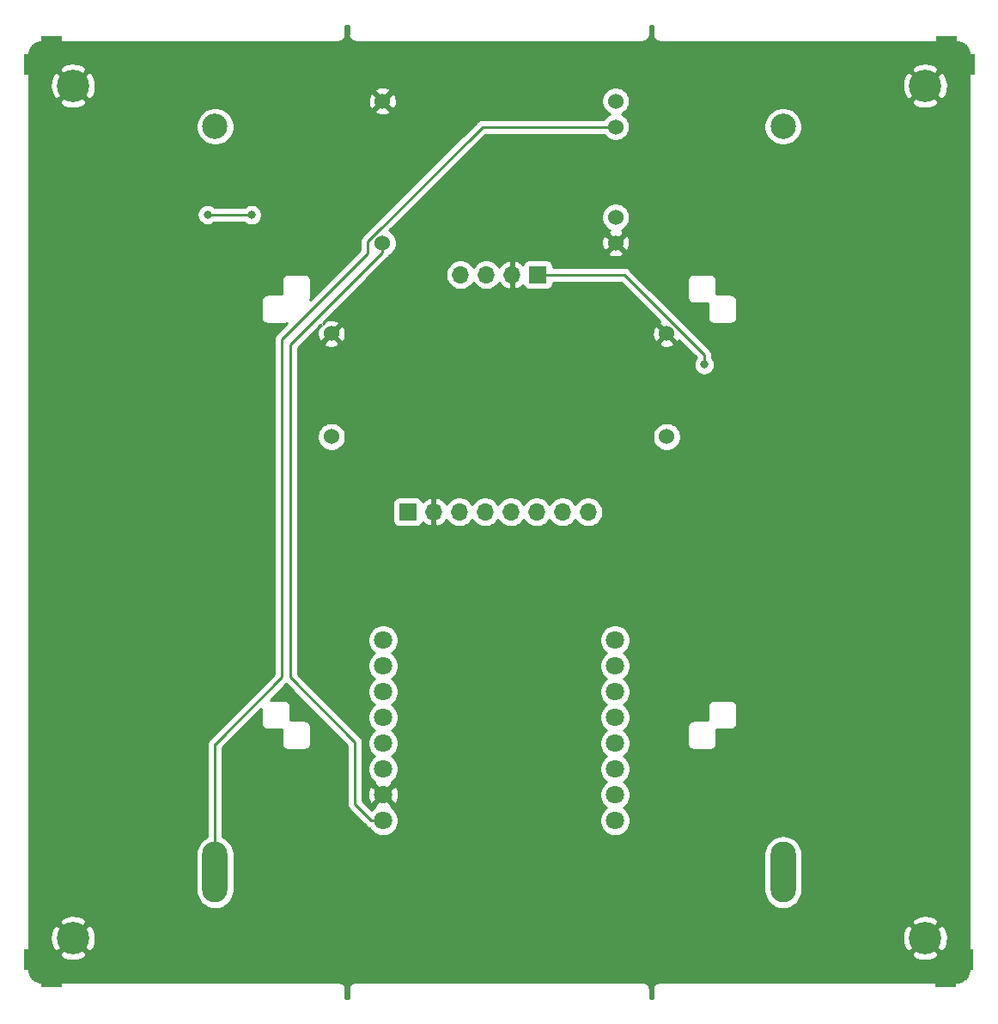
<source format=gbr>
%TF.GenerationSoftware,KiCad,Pcbnew,(5.1.6)-1*%
%TF.CreationDate,2020-10-21T23:40:19+01:00*%
%TF.ProjectId,nyantern,6e79616e-7465-4726-9e2e-6b696361645f,rev?*%
%TF.SameCoordinates,Original*%
%TF.FileFunction,Copper,L2,Bot*%
%TF.FilePolarity,Positive*%
%FSLAX46Y46*%
G04 Gerber Fmt 4.6, Leading zero omitted, Abs format (unit mm)*
G04 Created by KiCad (PCBNEW (5.1.6)-1) date 2020-10-21 23:40:19*
%MOMM*%
%LPD*%
G01*
G04 APERTURE LIST*
%TA.AperFunction,SMDPad,CuDef*%
%ADD10R,1.500000X2.000000*%
%TD*%
%TA.AperFunction,SMDPad,CuDef*%
%ADD11R,2.000000X1.500000*%
%TD*%
%TA.AperFunction,ComponentPad*%
%ADD12C,3.200000*%
%TD*%
%TA.AperFunction,ComponentPad*%
%ADD13O,1.700000X1.700000*%
%TD*%
%TA.AperFunction,ComponentPad*%
%ADD14R,1.700000X1.700000*%
%TD*%
%TA.AperFunction,ComponentPad*%
%ADD15C,1.800000*%
%TD*%
%TA.AperFunction,ComponentPad*%
%ADD16C,1.524000*%
%TD*%
%TA.AperFunction,ComponentPad*%
%ADD17C,2.500000*%
%TD*%
%TA.AperFunction,ComponentPad*%
%ADD18O,2.500000X6.000000*%
%TD*%
%TA.AperFunction,ViaPad*%
%ADD19C,0.800000*%
%TD*%
%TA.AperFunction,Conductor*%
%ADD20C,0.250000*%
%TD*%
%TA.AperFunction,Conductor*%
%ADD21C,0.254000*%
%TD*%
G04 APERTURE END LIST*
D10*
%TO.P,REF\u002A\u002A,1*%
%TO.N,N/C*%
X196100000Y-55900000D03*
%TD*%
D11*
%TO.P,REF\u002A\u002A,1*%
%TO.N,N/C*%
X194100000Y-53900000D03*
%TD*%
%TO.P,REF\u002A\u002A,1*%
%TO.N,N/C*%
X194000000Y-146100000D03*
%TD*%
D10*
%TO.P,REF\u002A\u002A,1*%
%TO.N,N/C*%
X196000000Y-144100000D03*
%TD*%
%TO.P,REF\u002A\u002A,1*%
%TO.N,N/C*%
X103900000Y-144100000D03*
%TD*%
D11*
%TO.P,REF\u002A\u002A,1*%
%TO.N,N/C*%
X105900000Y-146100000D03*
%TD*%
%TO.P,REF\u002A\u002A,1*%
%TO.N,N/C*%
X105900000Y-53900000D03*
%TD*%
D10*
%TO.P,REF\u002A\u002A,1*%
%TO.N,N/C*%
X103900000Y-55900000D03*
%TD*%
D12*
%TO.P,REF\u002A\u002A,1*%
%TO.N,GND*%
X192000000Y-142000000D03*
%TD*%
%TO.P,REF\u002A\u002A,1*%
%TO.N,GND*%
X108000000Y-142000000D03*
%TD*%
%TO.P,REF\u002A\u002A,1*%
%TO.N,GND*%
X108000000Y-58000000D03*
%TD*%
%TO.P,REF\u002A\u002A,1*%
%TO.N,GND*%
X192000000Y-58000000D03*
%TD*%
D13*
%TO.P,U4,8*%
%TO.N,Net-(U4-Pad8)*%
X158780000Y-100000000D03*
%TO.P,U4,7*%
%TO.N,Net-(U4-Pad7)*%
X156240000Y-100000000D03*
%TO.P,U4,6*%
%TO.N,Net-(U4-Pad6)*%
X153700000Y-100000000D03*
%TO.P,U4,5*%
%TO.N,Net-(U4-Pad5)*%
X151160000Y-100000000D03*
%TO.P,U4,4*%
%TO.N,SDA*%
X148620000Y-100000000D03*
%TO.P,U4,3*%
%TO.N,SCL*%
X146080000Y-100000000D03*
%TO.P,U4,2*%
%TO.N,GND*%
X143540000Y-100000000D03*
D14*
%TO.P,U4,1*%
%TO.N,+BATT*%
X141000000Y-100000000D03*
%TD*%
D15*
%TO.P,U3,9*%
%TO.N,Net-(U3-Pad9)*%
X161430000Y-112640000D03*
%TO.P,U3,10*%
%TO.N,Net-(U3-Pad10)*%
X161430000Y-115180000D03*
%TO.P,U3,11*%
%TO.N,Net-(U3-Pad11)*%
X161430000Y-117720000D03*
%TO.P,U3,12*%
%TO.N,Net-(U3-Pad12)*%
X161430000Y-120260000D03*
%TO.P,U3,13*%
%TO.N,Net-(U3-Pad13)*%
X161430000Y-122800000D03*
%TO.P,U3,14*%
%TO.N,Net-(U3-Pad14)*%
X161430000Y-125340000D03*
%TO.P,U3,15*%
%TO.N,Net-(U3-Pad15)*%
X161430000Y-127880000D03*
%TO.P,U3,16*%
%TO.N,+BATT*%
X161430000Y-130420000D03*
%TO.P,U3,1*%
%TO.N,+5V*%
X138570000Y-130420000D03*
%TO.P,U3,2*%
%TO.N,GND*%
X138570000Y-127880000D03*
%TO.P,U3,3*%
%TO.N,Net-(U3-Pad3)*%
X138570000Y-125340000D03*
%TO.P,U3,4*%
%TO.N,SK2812*%
X138570000Y-122800000D03*
%TO.P,U3,5*%
%TO.N,SDA*%
X138570000Y-120260000D03*
%TO.P,U3,6*%
%TO.N,SCL*%
X138570000Y-117720000D03*
%TO.P,U3,7*%
%TO.N,Net-(U3-Pad7)*%
X138570000Y-115180000D03*
%TO.P,U3,8*%
%TO.N,Net-(U3-Pad8)*%
X138570000Y-112640000D03*
%TD*%
D16*
%TO.P,U2,1*%
%TO.N,+BATT*%
X133480000Y-92580000D03*
%TO.P,U2,2*%
%TO.N,GND*%
X133480000Y-82420000D03*
%TO.P,U2,4*%
%TO.N,Net-(JP1-Pad1)*%
X166510000Y-92580000D03*
%TO.P,U2,3*%
%TO.N,GND*%
X166510000Y-82420000D03*
%TD*%
%TO.P,U1,5*%
%TO.N,Net-(BT1-Pad1)*%
X161500000Y-62040000D03*
%TO.P,U1,4*%
%TO.N,Net-(BT1-Pad2)*%
X161500000Y-70960000D03*
%TO.P,U1,3*%
%TO.N,GND*%
X161500000Y-73500000D03*
%TO.P,U1,6*%
%TO.N,+BATT*%
X161500000Y-59500000D03*
%TO.P,U1,2*%
%TO.N,GND*%
X138500000Y-59500000D03*
%TO.P,U1,1*%
%TO.N,+5V*%
X138500000Y-73500000D03*
%TD*%
D17*
%TO.P,BT2,2*%
%TO.N,Net-(BT1-Pad2)*%
X122000000Y-62000000D03*
D18*
%TO.P,BT2,1*%
%TO.N,Net-(BT1-Pad1)*%
X122000000Y-135500000D03*
%TD*%
D17*
%TO.P,BT1,2*%
%TO.N,Net-(BT1-Pad2)*%
X178000000Y-62000000D03*
D18*
%TO.P,BT1,1*%
%TO.N,Net-(BT1-Pad1)*%
X178000000Y-135500000D03*
%TD*%
D14*
%TO.P,J1,1*%
%TO.N,Vdrive*%
X153820000Y-76620000D03*
D13*
%TO.P,J1,2*%
%TO.N,GND*%
X151280000Y-76620000D03*
%TO.P,J1,3*%
%TO.N,Net-(D8-Pad4)*%
X148740000Y-76620000D03*
%TO.P,J1,4*%
%TO.N,Net-(J1-Pad4)*%
X146200000Y-76620000D03*
%TD*%
D19*
%TO.N,Net-(D8-Pad4)*%
X121270000Y-70700000D03*
X125590000Y-70720000D03*
%TO.N,Vdrive*%
X170220000Y-85480000D03*
%TO.N,GND*%
X114200000Y-77200000D03*
X113800000Y-127000000D03*
X185400000Y-123000000D03*
X185200000Y-72800000D03*
X182000000Y-65500000D03*
X170000000Y-88000000D03*
%TD*%
D20*
%TO.N,Net-(BT1-Pad1)*%
X122000000Y-122900000D02*
X122225000Y-122675000D01*
X122000000Y-129450000D02*
X122000000Y-122900000D01*
X122000000Y-129000000D02*
X122000000Y-129450000D01*
X122000000Y-129450000D02*
X122000000Y-135500000D01*
X122050000Y-122850000D02*
X122225000Y-122675000D01*
X122225000Y-122675000D02*
X128600000Y-116300000D01*
X128600000Y-116300000D02*
X128600000Y-83300000D01*
X148351238Y-62040000D02*
X161500000Y-62040000D01*
X137050000Y-74500000D02*
X137050000Y-73341238D01*
X128600000Y-83300000D02*
X128600000Y-82950000D01*
X137050000Y-73341238D02*
X148351238Y-62040000D01*
X128600000Y-82950000D02*
X137050000Y-74500000D01*
%TO.N,Net-(D8-Pad4)*%
X121270000Y-70700000D02*
X125570000Y-70700000D01*
X125570000Y-70700000D02*
X125590000Y-70720000D01*
%TO.N,Vdrive*%
X170220000Y-84521238D02*
X162318762Y-76620000D01*
X162318762Y-76620000D02*
X153820000Y-76620000D01*
X170220000Y-85480000D02*
X170220000Y-84521238D01*
%TO.N,+5V*%
X138420000Y-130420000D02*
X138570000Y-130420000D01*
X129400000Y-83500000D02*
X138500000Y-74400000D01*
X137420000Y-130420000D02*
X135800000Y-128800000D01*
X135800000Y-128800000D02*
X135800000Y-122700000D01*
X138570000Y-130420000D02*
X137420000Y-130420000D01*
X135800000Y-122700000D02*
X129400000Y-116300000D01*
X129400000Y-116300000D02*
X129400000Y-83500000D01*
X138500000Y-74400000D02*
X138500000Y-73500000D01*
%TD*%
D21*
%TO.N,GND*%
G36*
X135140000Y-52967580D02*
G01*
X135136807Y-53000000D01*
X135149550Y-53129383D01*
X135187290Y-53253793D01*
X135248575Y-53368450D01*
X135316855Y-53451649D01*
X135331052Y-53468948D01*
X135431550Y-53551425D01*
X135546207Y-53612710D01*
X135670617Y-53650450D01*
X135800000Y-53663193D01*
X135832419Y-53660000D01*
X164167581Y-53660000D01*
X164200000Y-53663193D01*
X164232419Y-53660000D01*
X164329383Y-53650450D01*
X164453793Y-53612710D01*
X164568450Y-53551425D01*
X164668948Y-53468948D01*
X164751425Y-53368450D01*
X164812710Y-53253793D01*
X164850450Y-53129383D01*
X164863193Y-53000000D01*
X164860000Y-52967581D01*
X164860000Y-52060000D01*
X165140000Y-52060000D01*
X165140001Y-52967571D01*
X165136807Y-53000000D01*
X165149550Y-53129383D01*
X165187290Y-53253793D01*
X165248575Y-53368450D01*
X165331052Y-53468948D01*
X165431550Y-53551425D01*
X165546207Y-53612710D01*
X165670617Y-53650450D01*
X165767581Y-53660000D01*
X165800000Y-53663193D01*
X165832419Y-53660000D01*
X194967721Y-53660000D01*
X195259659Y-53688625D01*
X195509429Y-53764035D01*
X195739792Y-53886522D01*
X195941980Y-54051422D01*
X196108286Y-54252450D01*
X196232378Y-54481954D01*
X196309531Y-54731195D01*
X196340000Y-55021088D01*
X196340001Y-144967711D01*
X196311375Y-145259660D01*
X196235965Y-145509429D01*
X196113477Y-145739794D01*
X195948579Y-145941979D01*
X195747546Y-146108288D01*
X195518046Y-146232378D01*
X195268805Y-146309531D01*
X194978911Y-146340000D01*
X165832419Y-146340000D01*
X165800000Y-146336807D01*
X165684080Y-146348224D01*
X165670617Y-146349550D01*
X165546207Y-146387290D01*
X165431550Y-146448575D01*
X165331052Y-146531052D01*
X165248575Y-146631550D01*
X165187290Y-146746207D01*
X165149550Y-146870617D01*
X165136807Y-147000000D01*
X165140000Y-147032420D01*
X165140001Y-147940000D01*
X164860000Y-147940000D01*
X164860000Y-147032419D01*
X164863193Y-147000000D01*
X164850450Y-146870617D01*
X164812710Y-146746207D01*
X164751425Y-146631550D01*
X164668948Y-146531052D01*
X164568450Y-146448575D01*
X164453793Y-146387290D01*
X164329383Y-146349550D01*
X164315920Y-146348224D01*
X164200000Y-146336807D01*
X164167581Y-146340000D01*
X135832419Y-146340000D01*
X135800000Y-146336807D01*
X135767581Y-146340000D01*
X135670617Y-146349550D01*
X135546207Y-146387290D01*
X135431550Y-146448575D01*
X135331052Y-146531052D01*
X135248575Y-146631550D01*
X135187290Y-146746207D01*
X135149550Y-146870617D01*
X135136807Y-147000000D01*
X135140001Y-147032429D01*
X135140000Y-147940000D01*
X134860000Y-147940000D01*
X134860000Y-147032419D01*
X134863193Y-147000000D01*
X134850450Y-146870617D01*
X134812710Y-146746207D01*
X134751425Y-146631550D01*
X134668948Y-146531052D01*
X134568450Y-146448575D01*
X134453793Y-146387290D01*
X134329383Y-146349550D01*
X134232419Y-146340000D01*
X134200000Y-146336807D01*
X134167581Y-146340000D01*
X105032279Y-146340000D01*
X104740340Y-146311375D01*
X104490571Y-146235965D01*
X104260206Y-146113477D01*
X104058021Y-145948579D01*
X103891712Y-145747546D01*
X103767622Y-145518046D01*
X103690469Y-145268805D01*
X103660000Y-144978911D01*
X103660000Y-143562845D01*
X106616761Y-143562845D01*
X106784802Y-143888643D01*
X107176607Y-144089426D01*
X107600055Y-144209914D01*
X108038873Y-144245476D01*
X108476197Y-144194746D01*
X108895221Y-144059674D01*
X109215198Y-143888643D01*
X109383239Y-143562845D01*
X190616761Y-143562845D01*
X190784802Y-143888643D01*
X191176607Y-144089426D01*
X191600055Y-144209914D01*
X192038873Y-144245476D01*
X192476197Y-144194746D01*
X192895221Y-144059674D01*
X193215198Y-143888643D01*
X193383239Y-143562845D01*
X192000000Y-142179605D01*
X190616761Y-143562845D01*
X109383239Y-143562845D01*
X108000000Y-142179605D01*
X106616761Y-143562845D01*
X103660000Y-143562845D01*
X103660000Y-142038873D01*
X105754524Y-142038873D01*
X105805254Y-142476197D01*
X105940326Y-142895221D01*
X106111357Y-143215198D01*
X106437155Y-143383239D01*
X107820395Y-142000000D01*
X108179605Y-142000000D01*
X109562845Y-143383239D01*
X109888643Y-143215198D01*
X110089426Y-142823393D01*
X110209914Y-142399945D01*
X110239175Y-142038873D01*
X189754524Y-142038873D01*
X189805254Y-142476197D01*
X189940326Y-142895221D01*
X190111357Y-143215198D01*
X190437155Y-143383239D01*
X191820395Y-142000000D01*
X192179605Y-142000000D01*
X193562845Y-143383239D01*
X193888643Y-143215198D01*
X194089426Y-142823393D01*
X194209914Y-142399945D01*
X194245476Y-141961127D01*
X194194746Y-141523803D01*
X194059674Y-141104779D01*
X193888643Y-140784802D01*
X193562845Y-140616761D01*
X192179605Y-142000000D01*
X191820395Y-142000000D01*
X190437155Y-140616761D01*
X190111357Y-140784802D01*
X189910574Y-141176607D01*
X189790086Y-141600055D01*
X189754524Y-142038873D01*
X110239175Y-142038873D01*
X110245476Y-141961127D01*
X110194746Y-141523803D01*
X110059674Y-141104779D01*
X109888643Y-140784802D01*
X109562845Y-140616761D01*
X108179605Y-142000000D01*
X107820395Y-142000000D01*
X106437155Y-140616761D01*
X106111357Y-140784802D01*
X105910574Y-141176607D01*
X105790086Y-141600055D01*
X105754524Y-142038873D01*
X103660000Y-142038873D01*
X103660000Y-140437155D01*
X106616761Y-140437155D01*
X108000000Y-141820395D01*
X109383239Y-140437155D01*
X190616761Y-140437155D01*
X192000000Y-141820395D01*
X193383239Y-140437155D01*
X193215198Y-140111357D01*
X192823393Y-139910574D01*
X192399945Y-139790086D01*
X191961127Y-139754524D01*
X191523803Y-139805254D01*
X191104779Y-139940326D01*
X190784802Y-140111357D01*
X190616761Y-140437155D01*
X109383239Y-140437155D01*
X109215198Y-140111357D01*
X108823393Y-139910574D01*
X108399945Y-139790086D01*
X107961127Y-139754524D01*
X107523803Y-139805254D01*
X107104779Y-139940326D01*
X106784802Y-140111357D01*
X106616761Y-140437155D01*
X103660000Y-140437155D01*
X103660000Y-133657404D01*
X120115000Y-133657404D01*
X120115001Y-137342597D01*
X120142276Y-137619524D01*
X120250062Y-137974848D01*
X120425098Y-138302317D01*
X120660656Y-138589345D01*
X120947684Y-138824903D01*
X121275153Y-138999939D01*
X121630477Y-139107725D01*
X122000000Y-139144120D01*
X122369524Y-139107725D01*
X122724848Y-138999939D01*
X123052317Y-138824903D01*
X123339345Y-138589345D01*
X123574903Y-138302317D01*
X123749939Y-137974848D01*
X123857725Y-137619524D01*
X123885000Y-137342597D01*
X123885000Y-133657404D01*
X176115000Y-133657404D01*
X176115001Y-137342597D01*
X176142276Y-137619524D01*
X176250062Y-137974848D01*
X176425098Y-138302317D01*
X176660656Y-138589345D01*
X176947684Y-138824903D01*
X177275153Y-138999939D01*
X177630477Y-139107725D01*
X178000000Y-139144120D01*
X178369524Y-139107725D01*
X178724848Y-138999939D01*
X179052317Y-138824903D01*
X179339345Y-138589345D01*
X179574903Y-138302317D01*
X179749939Y-137974848D01*
X179857725Y-137619524D01*
X179885000Y-137342597D01*
X179885000Y-133657403D01*
X179857725Y-133380476D01*
X179749939Y-133025152D01*
X179574903Y-132697683D01*
X179339345Y-132410655D01*
X179052317Y-132175097D01*
X178724847Y-132000061D01*
X178369523Y-131892275D01*
X178000000Y-131855880D01*
X177630476Y-131892275D01*
X177275152Y-132000061D01*
X176947683Y-132175097D01*
X176660655Y-132410655D01*
X176425097Y-132697683D01*
X176250061Y-133025153D01*
X176142275Y-133380477D01*
X176115000Y-133657404D01*
X123885000Y-133657404D01*
X123885000Y-133657403D01*
X123857725Y-133380476D01*
X123749939Y-133025152D01*
X123574903Y-132697683D01*
X123339345Y-132410655D01*
X123052317Y-132175097D01*
X122760000Y-132018851D01*
X122760000Y-123214802D01*
X126540000Y-119434802D01*
X126540001Y-120767571D01*
X126536807Y-120800000D01*
X126549550Y-120929383D01*
X126587290Y-121053793D01*
X126648575Y-121168450D01*
X126731052Y-121268948D01*
X126831550Y-121351425D01*
X126946207Y-121412710D01*
X127070617Y-121450450D01*
X127167581Y-121460000D01*
X127200000Y-121463193D01*
X127232419Y-121460000D01*
X128540000Y-121460000D01*
X128540001Y-122767571D01*
X128536807Y-122800000D01*
X128549550Y-122929383D01*
X128587290Y-123053793D01*
X128648575Y-123168450D01*
X128731052Y-123268948D01*
X128831550Y-123351425D01*
X128946207Y-123412710D01*
X129070617Y-123450450D01*
X129167581Y-123460000D01*
X129200000Y-123463193D01*
X129232419Y-123460000D01*
X130767581Y-123460000D01*
X130800000Y-123463193D01*
X130832419Y-123460000D01*
X130929383Y-123450450D01*
X131053793Y-123412710D01*
X131168450Y-123351425D01*
X131268948Y-123268948D01*
X131351425Y-123168450D01*
X131412710Y-123053793D01*
X131450450Y-122929383D01*
X131463193Y-122800000D01*
X131460000Y-122767581D01*
X131460000Y-121232419D01*
X131463193Y-121200000D01*
X131450450Y-121070617D01*
X131412710Y-120946207D01*
X131351425Y-120831550D01*
X131268948Y-120731052D01*
X131168450Y-120648575D01*
X131053793Y-120587290D01*
X130929383Y-120549550D01*
X130832419Y-120540000D01*
X130800000Y-120536807D01*
X130767581Y-120540000D01*
X129460000Y-120540000D01*
X129460000Y-119232419D01*
X129463193Y-119200000D01*
X129450450Y-119070617D01*
X129412710Y-118946207D01*
X129351425Y-118831550D01*
X129268948Y-118731052D01*
X129168450Y-118648575D01*
X129053793Y-118587290D01*
X128929383Y-118549550D01*
X128832419Y-118540000D01*
X128800000Y-118536807D01*
X128767581Y-118540000D01*
X127434802Y-118540000D01*
X129000001Y-116974802D01*
X135040001Y-123014803D01*
X135040000Y-128762677D01*
X135036324Y-128800000D01*
X135040000Y-128837322D01*
X135040000Y-128837332D01*
X135050997Y-128948985D01*
X135084582Y-129059701D01*
X135094454Y-129092246D01*
X135165026Y-129224276D01*
X135178176Y-129240299D01*
X135259999Y-129340001D01*
X135289003Y-129363804D01*
X136856201Y-130931003D01*
X136879999Y-130960001D01*
X136908997Y-130983799D01*
X136995723Y-131054974D01*
X137127753Y-131125546D01*
X137212474Y-131151245D01*
X137377688Y-131398505D01*
X137591495Y-131612312D01*
X137842905Y-131780299D01*
X138122257Y-131896011D01*
X138418816Y-131955000D01*
X138721184Y-131955000D01*
X139017743Y-131896011D01*
X139297095Y-131780299D01*
X139548505Y-131612312D01*
X139762312Y-131398505D01*
X139930299Y-131147095D01*
X140046011Y-130867743D01*
X140105000Y-130571184D01*
X140105000Y-130268816D01*
X140046011Y-129972257D01*
X139930299Y-129692905D01*
X139762312Y-129441495D01*
X139548505Y-129227688D01*
X139394895Y-129125049D01*
X139454475Y-128944080D01*
X138570000Y-128059605D01*
X137685525Y-128944080D01*
X137745105Y-129125049D01*
X137591495Y-129227688D01*
X137446992Y-129372191D01*
X136560000Y-128485199D01*
X136560000Y-127946553D01*
X137029009Y-127946553D01*
X137071603Y-128245907D01*
X137171778Y-128531199D01*
X137251739Y-128680792D01*
X137505920Y-128764475D01*
X138390395Y-127880000D01*
X138749605Y-127880000D01*
X139634080Y-128764475D01*
X139888261Y-128680792D01*
X140019158Y-128408225D01*
X140094365Y-128115358D01*
X140110991Y-127813447D01*
X140068397Y-127514093D01*
X139968222Y-127228801D01*
X139888261Y-127079208D01*
X139634080Y-126995525D01*
X138749605Y-127880000D01*
X138390395Y-127880000D01*
X137505920Y-126995525D01*
X137251739Y-127079208D01*
X137120842Y-127351775D01*
X137045635Y-127644642D01*
X137029009Y-127946553D01*
X136560000Y-127946553D01*
X136560000Y-122737323D01*
X136563676Y-122700000D01*
X136560000Y-122662677D01*
X136560000Y-122662667D01*
X136549003Y-122551014D01*
X136505546Y-122407753D01*
X136434974Y-122275724D01*
X136340001Y-122159999D01*
X136311003Y-122136201D01*
X130160000Y-115985199D01*
X130160000Y-112488816D01*
X137035000Y-112488816D01*
X137035000Y-112791184D01*
X137093989Y-113087743D01*
X137209701Y-113367095D01*
X137377688Y-113618505D01*
X137591495Y-113832312D01*
X137707763Y-113910000D01*
X137591495Y-113987688D01*
X137377688Y-114201495D01*
X137209701Y-114452905D01*
X137093989Y-114732257D01*
X137035000Y-115028816D01*
X137035000Y-115331184D01*
X137093989Y-115627743D01*
X137209701Y-115907095D01*
X137377688Y-116158505D01*
X137591495Y-116372312D01*
X137707763Y-116450000D01*
X137591495Y-116527688D01*
X137377688Y-116741495D01*
X137209701Y-116992905D01*
X137093989Y-117272257D01*
X137035000Y-117568816D01*
X137035000Y-117871184D01*
X137093989Y-118167743D01*
X137209701Y-118447095D01*
X137377688Y-118698505D01*
X137591495Y-118912312D01*
X137707763Y-118990000D01*
X137591495Y-119067688D01*
X137377688Y-119281495D01*
X137209701Y-119532905D01*
X137093989Y-119812257D01*
X137035000Y-120108816D01*
X137035000Y-120411184D01*
X137093989Y-120707743D01*
X137209701Y-120987095D01*
X137377688Y-121238505D01*
X137591495Y-121452312D01*
X137707763Y-121530000D01*
X137591495Y-121607688D01*
X137377688Y-121821495D01*
X137209701Y-122072905D01*
X137093989Y-122352257D01*
X137035000Y-122648816D01*
X137035000Y-122951184D01*
X137093989Y-123247743D01*
X137209701Y-123527095D01*
X137377688Y-123778505D01*
X137591495Y-123992312D01*
X137707763Y-124070000D01*
X137591495Y-124147688D01*
X137377688Y-124361495D01*
X137209701Y-124612905D01*
X137093989Y-124892257D01*
X137035000Y-125188816D01*
X137035000Y-125491184D01*
X137093989Y-125787743D01*
X137209701Y-126067095D01*
X137377688Y-126318505D01*
X137591495Y-126532312D01*
X137745105Y-126634951D01*
X137685525Y-126815920D01*
X138570000Y-127700395D01*
X139454475Y-126815920D01*
X139394895Y-126634951D01*
X139548505Y-126532312D01*
X139762312Y-126318505D01*
X139930299Y-126067095D01*
X140046011Y-125787743D01*
X140105000Y-125491184D01*
X140105000Y-125188816D01*
X140046011Y-124892257D01*
X139930299Y-124612905D01*
X139762312Y-124361495D01*
X139548505Y-124147688D01*
X139432237Y-124070000D01*
X139548505Y-123992312D01*
X139762312Y-123778505D01*
X139930299Y-123527095D01*
X140046011Y-123247743D01*
X140105000Y-122951184D01*
X140105000Y-122648816D01*
X140046011Y-122352257D01*
X139930299Y-122072905D01*
X139762312Y-121821495D01*
X139548505Y-121607688D01*
X139432237Y-121530000D01*
X139548505Y-121452312D01*
X139762312Y-121238505D01*
X139930299Y-120987095D01*
X140046011Y-120707743D01*
X140105000Y-120411184D01*
X140105000Y-120108816D01*
X140046011Y-119812257D01*
X139930299Y-119532905D01*
X139762312Y-119281495D01*
X139548505Y-119067688D01*
X139432237Y-118990000D01*
X139548505Y-118912312D01*
X139762312Y-118698505D01*
X139930299Y-118447095D01*
X140046011Y-118167743D01*
X140105000Y-117871184D01*
X140105000Y-117568816D01*
X140046011Y-117272257D01*
X139930299Y-116992905D01*
X139762312Y-116741495D01*
X139548505Y-116527688D01*
X139432237Y-116450000D01*
X139548505Y-116372312D01*
X139762312Y-116158505D01*
X139930299Y-115907095D01*
X140046011Y-115627743D01*
X140105000Y-115331184D01*
X140105000Y-115028816D01*
X140046011Y-114732257D01*
X139930299Y-114452905D01*
X139762312Y-114201495D01*
X139548505Y-113987688D01*
X139432237Y-113910000D01*
X139548505Y-113832312D01*
X139762312Y-113618505D01*
X139930299Y-113367095D01*
X140046011Y-113087743D01*
X140105000Y-112791184D01*
X140105000Y-112488816D01*
X159895000Y-112488816D01*
X159895000Y-112791184D01*
X159953989Y-113087743D01*
X160069701Y-113367095D01*
X160237688Y-113618505D01*
X160451495Y-113832312D01*
X160567763Y-113910000D01*
X160451495Y-113987688D01*
X160237688Y-114201495D01*
X160069701Y-114452905D01*
X159953989Y-114732257D01*
X159895000Y-115028816D01*
X159895000Y-115331184D01*
X159953989Y-115627743D01*
X160069701Y-115907095D01*
X160237688Y-116158505D01*
X160451495Y-116372312D01*
X160567763Y-116450000D01*
X160451495Y-116527688D01*
X160237688Y-116741495D01*
X160069701Y-116992905D01*
X159953989Y-117272257D01*
X159895000Y-117568816D01*
X159895000Y-117871184D01*
X159953989Y-118167743D01*
X160069701Y-118447095D01*
X160237688Y-118698505D01*
X160451495Y-118912312D01*
X160567763Y-118990000D01*
X160451495Y-119067688D01*
X160237688Y-119281495D01*
X160069701Y-119532905D01*
X159953989Y-119812257D01*
X159895000Y-120108816D01*
X159895000Y-120411184D01*
X159953989Y-120707743D01*
X160069701Y-120987095D01*
X160237688Y-121238505D01*
X160451495Y-121452312D01*
X160567763Y-121530000D01*
X160451495Y-121607688D01*
X160237688Y-121821495D01*
X160069701Y-122072905D01*
X159953989Y-122352257D01*
X159895000Y-122648816D01*
X159895000Y-122951184D01*
X159953989Y-123247743D01*
X160069701Y-123527095D01*
X160237688Y-123778505D01*
X160451495Y-123992312D01*
X160567763Y-124070000D01*
X160451495Y-124147688D01*
X160237688Y-124361495D01*
X160069701Y-124612905D01*
X159953989Y-124892257D01*
X159895000Y-125188816D01*
X159895000Y-125491184D01*
X159953989Y-125787743D01*
X160069701Y-126067095D01*
X160237688Y-126318505D01*
X160451495Y-126532312D01*
X160567763Y-126610000D01*
X160451495Y-126687688D01*
X160237688Y-126901495D01*
X160069701Y-127152905D01*
X159953989Y-127432257D01*
X159895000Y-127728816D01*
X159895000Y-128031184D01*
X159953989Y-128327743D01*
X160069701Y-128607095D01*
X160237688Y-128858505D01*
X160451495Y-129072312D01*
X160567763Y-129150000D01*
X160451495Y-129227688D01*
X160237688Y-129441495D01*
X160069701Y-129692905D01*
X159953989Y-129972257D01*
X159895000Y-130268816D01*
X159895000Y-130571184D01*
X159953989Y-130867743D01*
X160069701Y-131147095D01*
X160237688Y-131398505D01*
X160451495Y-131612312D01*
X160702905Y-131780299D01*
X160982257Y-131896011D01*
X161278816Y-131955000D01*
X161581184Y-131955000D01*
X161877743Y-131896011D01*
X162157095Y-131780299D01*
X162408505Y-131612312D01*
X162622312Y-131398505D01*
X162790299Y-131147095D01*
X162906011Y-130867743D01*
X162965000Y-130571184D01*
X162965000Y-130268816D01*
X162906011Y-129972257D01*
X162790299Y-129692905D01*
X162622312Y-129441495D01*
X162408505Y-129227688D01*
X162292237Y-129150000D01*
X162408505Y-129072312D01*
X162622312Y-128858505D01*
X162790299Y-128607095D01*
X162906011Y-128327743D01*
X162965000Y-128031184D01*
X162965000Y-127728816D01*
X162906011Y-127432257D01*
X162790299Y-127152905D01*
X162622312Y-126901495D01*
X162408505Y-126687688D01*
X162292237Y-126610000D01*
X162408505Y-126532312D01*
X162622312Y-126318505D01*
X162790299Y-126067095D01*
X162906011Y-125787743D01*
X162965000Y-125491184D01*
X162965000Y-125188816D01*
X162906011Y-124892257D01*
X162790299Y-124612905D01*
X162622312Y-124361495D01*
X162408505Y-124147688D01*
X162292237Y-124070000D01*
X162408505Y-123992312D01*
X162622312Y-123778505D01*
X162790299Y-123527095D01*
X162906011Y-123247743D01*
X162965000Y-122951184D01*
X162965000Y-122648816D01*
X162906011Y-122352257D01*
X162790299Y-122072905D01*
X162622312Y-121821495D01*
X162408505Y-121607688D01*
X162292237Y-121530000D01*
X162408505Y-121452312D01*
X162622312Y-121238505D01*
X162648040Y-121200000D01*
X168536807Y-121200000D01*
X168540000Y-121232420D01*
X168540001Y-122767571D01*
X168536807Y-122800000D01*
X168549550Y-122929383D01*
X168587290Y-123053793D01*
X168648575Y-123168450D01*
X168731052Y-123268948D01*
X168831550Y-123351425D01*
X168946207Y-123412710D01*
X169070617Y-123450450D01*
X169167581Y-123460000D01*
X169200000Y-123463193D01*
X169232419Y-123460000D01*
X170767581Y-123460000D01*
X170800000Y-123463193D01*
X170832419Y-123460000D01*
X170929383Y-123450450D01*
X171053793Y-123412710D01*
X171168450Y-123351425D01*
X171268948Y-123268948D01*
X171351425Y-123168450D01*
X171412710Y-123053793D01*
X171450450Y-122929383D01*
X171463193Y-122800000D01*
X171460000Y-122767581D01*
X171460000Y-121460000D01*
X172767581Y-121460000D01*
X172800000Y-121463193D01*
X172832419Y-121460000D01*
X172929383Y-121450450D01*
X173053793Y-121412710D01*
X173168450Y-121351425D01*
X173268948Y-121268948D01*
X173351425Y-121168450D01*
X173412710Y-121053793D01*
X173450450Y-120929383D01*
X173463193Y-120800000D01*
X173460000Y-120767581D01*
X173460000Y-119232419D01*
X173463193Y-119200000D01*
X173450450Y-119070617D01*
X173412710Y-118946207D01*
X173351425Y-118831550D01*
X173268948Y-118731052D01*
X173168450Y-118648575D01*
X173053793Y-118587290D01*
X172929383Y-118549550D01*
X172832419Y-118540000D01*
X172800000Y-118536807D01*
X172767581Y-118540000D01*
X171232419Y-118540000D01*
X171200000Y-118536807D01*
X171167581Y-118540000D01*
X171070617Y-118549550D01*
X170946207Y-118587290D01*
X170831550Y-118648575D01*
X170731052Y-118731052D01*
X170648575Y-118831550D01*
X170587290Y-118946207D01*
X170549550Y-119070617D01*
X170536807Y-119200000D01*
X170540000Y-119232420D01*
X170540001Y-120540000D01*
X169232419Y-120540000D01*
X169200000Y-120536807D01*
X169167581Y-120540000D01*
X169070617Y-120549550D01*
X168946207Y-120587290D01*
X168831550Y-120648575D01*
X168731052Y-120731052D01*
X168648575Y-120831550D01*
X168587290Y-120946207D01*
X168549550Y-121070617D01*
X168536807Y-121200000D01*
X162648040Y-121200000D01*
X162790299Y-120987095D01*
X162906011Y-120707743D01*
X162965000Y-120411184D01*
X162965000Y-120108816D01*
X162906011Y-119812257D01*
X162790299Y-119532905D01*
X162622312Y-119281495D01*
X162408505Y-119067688D01*
X162292237Y-118990000D01*
X162408505Y-118912312D01*
X162622312Y-118698505D01*
X162790299Y-118447095D01*
X162906011Y-118167743D01*
X162965000Y-117871184D01*
X162965000Y-117568816D01*
X162906011Y-117272257D01*
X162790299Y-116992905D01*
X162622312Y-116741495D01*
X162408505Y-116527688D01*
X162292237Y-116450000D01*
X162408505Y-116372312D01*
X162622312Y-116158505D01*
X162790299Y-115907095D01*
X162906011Y-115627743D01*
X162965000Y-115331184D01*
X162965000Y-115028816D01*
X162906011Y-114732257D01*
X162790299Y-114452905D01*
X162622312Y-114201495D01*
X162408505Y-113987688D01*
X162292237Y-113910000D01*
X162408505Y-113832312D01*
X162622312Y-113618505D01*
X162790299Y-113367095D01*
X162906011Y-113087743D01*
X162965000Y-112791184D01*
X162965000Y-112488816D01*
X162906011Y-112192257D01*
X162790299Y-111912905D01*
X162622312Y-111661495D01*
X162408505Y-111447688D01*
X162157095Y-111279701D01*
X161877743Y-111163989D01*
X161581184Y-111105000D01*
X161278816Y-111105000D01*
X160982257Y-111163989D01*
X160702905Y-111279701D01*
X160451495Y-111447688D01*
X160237688Y-111661495D01*
X160069701Y-111912905D01*
X159953989Y-112192257D01*
X159895000Y-112488816D01*
X140105000Y-112488816D01*
X140046011Y-112192257D01*
X139930299Y-111912905D01*
X139762312Y-111661495D01*
X139548505Y-111447688D01*
X139297095Y-111279701D01*
X139017743Y-111163989D01*
X138721184Y-111105000D01*
X138418816Y-111105000D01*
X138122257Y-111163989D01*
X137842905Y-111279701D01*
X137591495Y-111447688D01*
X137377688Y-111661495D01*
X137209701Y-111912905D01*
X137093989Y-112192257D01*
X137035000Y-112488816D01*
X130160000Y-112488816D01*
X130160000Y-99150000D01*
X139511928Y-99150000D01*
X139511928Y-100850000D01*
X139524188Y-100974482D01*
X139560498Y-101094180D01*
X139619463Y-101204494D01*
X139698815Y-101301185D01*
X139795506Y-101380537D01*
X139905820Y-101439502D01*
X140025518Y-101475812D01*
X140150000Y-101488072D01*
X141850000Y-101488072D01*
X141974482Y-101475812D01*
X142094180Y-101439502D01*
X142204494Y-101380537D01*
X142301185Y-101301185D01*
X142380537Y-101204494D01*
X142439502Y-101094180D01*
X142463966Y-101013534D01*
X142539731Y-101097588D01*
X142773080Y-101271641D01*
X143035901Y-101396825D01*
X143183110Y-101441476D01*
X143413000Y-101320155D01*
X143413000Y-100127000D01*
X143393000Y-100127000D01*
X143393000Y-99873000D01*
X143413000Y-99873000D01*
X143413000Y-98679845D01*
X143667000Y-98679845D01*
X143667000Y-99873000D01*
X143687000Y-99873000D01*
X143687000Y-100127000D01*
X143667000Y-100127000D01*
X143667000Y-101320155D01*
X143896890Y-101441476D01*
X144044099Y-101396825D01*
X144306920Y-101271641D01*
X144540269Y-101097588D01*
X144735178Y-100881355D01*
X144804805Y-100764466D01*
X144926525Y-100946632D01*
X145133368Y-101153475D01*
X145376589Y-101315990D01*
X145646842Y-101427932D01*
X145933740Y-101485000D01*
X146226260Y-101485000D01*
X146513158Y-101427932D01*
X146783411Y-101315990D01*
X147026632Y-101153475D01*
X147233475Y-100946632D01*
X147350000Y-100772240D01*
X147466525Y-100946632D01*
X147673368Y-101153475D01*
X147916589Y-101315990D01*
X148186842Y-101427932D01*
X148473740Y-101485000D01*
X148766260Y-101485000D01*
X149053158Y-101427932D01*
X149323411Y-101315990D01*
X149566632Y-101153475D01*
X149773475Y-100946632D01*
X149890000Y-100772240D01*
X150006525Y-100946632D01*
X150213368Y-101153475D01*
X150456589Y-101315990D01*
X150726842Y-101427932D01*
X151013740Y-101485000D01*
X151306260Y-101485000D01*
X151593158Y-101427932D01*
X151863411Y-101315990D01*
X152106632Y-101153475D01*
X152313475Y-100946632D01*
X152430000Y-100772240D01*
X152546525Y-100946632D01*
X152753368Y-101153475D01*
X152996589Y-101315990D01*
X153266842Y-101427932D01*
X153553740Y-101485000D01*
X153846260Y-101485000D01*
X154133158Y-101427932D01*
X154403411Y-101315990D01*
X154646632Y-101153475D01*
X154853475Y-100946632D01*
X154970000Y-100772240D01*
X155086525Y-100946632D01*
X155293368Y-101153475D01*
X155536589Y-101315990D01*
X155806842Y-101427932D01*
X156093740Y-101485000D01*
X156386260Y-101485000D01*
X156673158Y-101427932D01*
X156943411Y-101315990D01*
X157186632Y-101153475D01*
X157393475Y-100946632D01*
X157510000Y-100772240D01*
X157626525Y-100946632D01*
X157833368Y-101153475D01*
X158076589Y-101315990D01*
X158346842Y-101427932D01*
X158633740Y-101485000D01*
X158926260Y-101485000D01*
X159213158Y-101427932D01*
X159483411Y-101315990D01*
X159726632Y-101153475D01*
X159933475Y-100946632D01*
X160095990Y-100703411D01*
X160207932Y-100433158D01*
X160265000Y-100146260D01*
X160265000Y-99853740D01*
X160207932Y-99566842D01*
X160095990Y-99296589D01*
X159933475Y-99053368D01*
X159726632Y-98846525D01*
X159483411Y-98684010D01*
X159213158Y-98572068D01*
X158926260Y-98515000D01*
X158633740Y-98515000D01*
X158346842Y-98572068D01*
X158076589Y-98684010D01*
X157833368Y-98846525D01*
X157626525Y-99053368D01*
X157510000Y-99227760D01*
X157393475Y-99053368D01*
X157186632Y-98846525D01*
X156943411Y-98684010D01*
X156673158Y-98572068D01*
X156386260Y-98515000D01*
X156093740Y-98515000D01*
X155806842Y-98572068D01*
X155536589Y-98684010D01*
X155293368Y-98846525D01*
X155086525Y-99053368D01*
X154970000Y-99227760D01*
X154853475Y-99053368D01*
X154646632Y-98846525D01*
X154403411Y-98684010D01*
X154133158Y-98572068D01*
X153846260Y-98515000D01*
X153553740Y-98515000D01*
X153266842Y-98572068D01*
X152996589Y-98684010D01*
X152753368Y-98846525D01*
X152546525Y-99053368D01*
X152430000Y-99227760D01*
X152313475Y-99053368D01*
X152106632Y-98846525D01*
X151863411Y-98684010D01*
X151593158Y-98572068D01*
X151306260Y-98515000D01*
X151013740Y-98515000D01*
X150726842Y-98572068D01*
X150456589Y-98684010D01*
X150213368Y-98846525D01*
X150006525Y-99053368D01*
X149890000Y-99227760D01*
X149773475Y-99053368D01*
X149566632Y-98846525D01*
X149323411Y-98684010D01*
X149053158Y-98572068D01*
X148766260Y-98515000D01*
X148473740Y-98515000D01*
X148186842Y-98572068D01*
X147916589Y-98684010D01*
X147673368Y-98846525D01*
X147466525Y-99053368D01*
X147350000Y-99227760D01*
X147233475Y-99053368D01*
X147026632Y-98846525D01*
X146783411Y-98684010D01*
X146513158Y-98572068D01*
X146226260Y-98515000D01*
X145933740Y-98515000D01*
X145646842Y-98572068D01*
X145376589Y-98684010D01*
X145133368Y-98846525D01*
X144926525Y-99053368D01*
X144804805Y-99235534D01*
X144735178Y-99118645D01*
X144540269Y-98902412D01*
X144306920Y-98728359D01*
X144044099Y-98603175D01*
X143896890Y-98558524D01*
X143667000Y-98679845D01*
X143413000Y-98679845D01*
X143183110Y-98558524D01*
X143035901Y-98603175D01*
X142773080Y-98728359D01*
X142539731Y-98902412D01*
X142463966Y-98986466D01*
X142439502Y-98905820D01*
X142380537Y-98795506D01*
X142301185Y-98698815D01*
X142204494Y-98619463D01*
X142094180Y-98560498D01*
X141974482Y-98524188D01*
X141850000Y-98511928D01*
X140150000Y-98511928D01*
X140025518Y-98524188D01*
X139905820Y-98560498D01*
X139795506Y-98619463D01*
X139698815Y-98698815D01*
X139619463Y-98795506D01*
X139560498Y-98905820D01*
X139524188Y-99025518D01*
X139511928Y-99150000D01*
X130160000Y-99150000D01*
X130160000Y-92442408D01*
X132083000Y-92442408D01*
X132083000Y-92717592D01*
X132136686Y-92987490D01*
X132241995Y-93241727D01*
X132394880Y-93470535D01*
X132589465Y-93665120D01*
X132818273Y-93818005D01*
X133072510Y-93923314D01*
X133342408Y-93977000D01*
X133617592Y-93977000D01*
X133887490Y-93923314D01*
X134141727Y-93818005D01*
X134370535Y-93665120D01*
X134565120Y-93470535D01*
X134718005Y-93241727D01*
X134823314Y-92987490D01*
X134877000Y-92717592D01*
X134877000Y-92442408D01*
X165113000Y-92442408D01*
X165113000Y-92717592D01*
X165166686Y-92987490D01*
X165271995Y-93241727D01*
X165424880Y-93470535D01*
X165619465Y-93665120D01*
X165848273Y-93818005D01*
X166102510Y-93923314D01*
X166372408Y-93977000D01*
X166647592Y-93977000D01*
X166917490Y-93923314D01*
X167171727Y-93818005D01*
X167400535Y-93665120D01*
X167595120Y-93470535D01*
X167748005Y-93241727D01*
X167853314Y-92987490D01*
X167907000Y-92717592D01*
X167907000Y-92442408D01*
X167853314Y-92172510D01*
X167748005Y-91918273D01*
X167595120Y-91689465D01*
X167400535Y-91494880D01*
X167171727Y-91341995D01*
X166917490Y-91236686D01*
X166647592Y-91183000D01*
X166372408Y-91183000D01*
X166102510Y-91236686D01*
X165848273Y-91341995D01*
X165619465Y-91494880D01*
X165424880Y-91689465D01*
X165271995Y-91918273D01*
X165166686Y-92172510D01*
X165113000Y-92442408D01*
X134877000Y-92442408D01*
X134823314Y-92172510D01*
X134718005Y-91918273D01*
X134565120Y-91689465D01*
X134370535Y-91494880D01*
X134141727Y-91341995D01*
X133887490Y-91236686D01*
X133617592Y-91183000D01*
X133342408Y-91183000D01*
X133072510Y-91236686D01*
X132818273Y-91341995D01*
X132589465Y-91494880D01*
X132394880Y-91689465D01*
X132241995Y-91918273D01*
X132136686Y-92172510D01*
X132083000Y-92442408D01*
X130160000Y-92442408D01*
X130160000Y-83814801D01*
X130589236Y-83385565D01*
X132694040Y-83385565D01*
X132761020Y-83625656D01*
X133010048Y-83742756D01*
X133277135Y-83809023D01*
X133552017Y-83821910D01*
X133824133Y-83780922D01*
X134083023Y-83687636D01*
X134198980Y-83625656D01*
X134265960Y-83385565D01*
X165724040Y-83385565D01*
X165791020Y-83625656D01*
X166040048Y-83742756D01*
X166307135Y-83809023D01*
X166582017Y-83821910D01*
X166854133Y-83780922D01*
X167113023Y-83687636D01*
X167228980Y-83625656D01*
X167295960Y-83385565D01*
X166510000Y-82599605D01*
X165724040Y-83385565D01*
X134265960Y-83385565D01*
X133480000Y-82599605D01*
X132694040Y-83385565D01*
X130589236Y-83385565D01*
X132427597Y-81547205D01*
X132514433Y-81634041D01*
X132274344Y-81701020D01*
X132157244Y-81950048D01*
X132090977Y-82217135D01*
X132078090Y-82492017D01*
X132119078Y-82764133D01*
X132212364Y-83023023D01*
X132274344Y-83138980D01*
X132514435Y-83205960D01*
X133300395Y-82420000D01*
X133659605Y-82420000D01*
X134445565Y-83205960D01*
X134685656Y-83138980D01*
X134802756Y-82889952D01*
X134869023Y-82622865D01*
X134875157Y-82492017D01*
X165108090Y-82492017D01*
X165149078Y-82764133D01*
X165242364Y-83023023D01*
X165304344Y-83138980D01*
X165544435Y-83205960D01*
X166330395Y-82420000D01*
X165544435Y-81634040D01*
X165304344Y-81701020D01*
X165187244Y-81950048D01*
X165120977Y-82217135D01*
X165108090Y-82492017D01*
X134875157Y-82492017D01*
X134881910Y-82347983D01*
X134840922Y-82075867D01*
X134747636Y-81816977D01*
X134685656Y-81701020D01*
X134445565Y-81634040D01*
X133659605Y-82420000D01*
X133300395Y-82420000D01*
X133286253Y-82405858D01*
X133465858Y-82226253D01*
X133480000Y-82240395D01*
X134265960Y-81454435D01*
X134198980Y-81214344D01*
X133949952Y-81097244D01*
X133682865Y-81030977D01*
X133407983Y-81018090D01*
X133135867Y-81059078D01*
X132876977Y-81152364D01*
X132761020Y-81214344D01*
X132694041Y-81454433D01*
X132607205Y-81367597D01*
X137501062Y-76473740D01*
X144715000Y-76473740D01*
X144715000Y-76766260D01*
X144772068Y-77053158D01*
X144884010Y-77323411D01*
X145046525Y-77566632D01*
X145253368Y-77773475D01*
X145496589Y-77935990D01*
X145766842Y-78047932D01*
X146053740Y-78105000D01*
X146346260Y-78105000D01*
X146633158Y-78047932D01*
X146903411Y-77935990D01*
X147146632Y-77773475D01*
X147353475Y-77566632D01*
X147470000Y-77392240D01*
X147586525Y-77566632D01*
X147793368Y-77773475D01*
X148036589Y-77935990D01*
X148306842Y-78047932D01*
X148593740Y-78105000D01*
X148886260Y-78105000D01*
X149173158Y-78047932D01*
X149443411Y-77935990D01*
X149686632Y-77773475D01*
X149893475Y-77566632D01*
X150015195Y-77384466D01*
X150084822Y-77501355D01*
X150279731Y-77717588D01*
X150513080Y-77891641D01*
X150775901Y-78016825D01*
X150923110Y-78061476D01*
X151153000Y-77940155D01*
X151153000Y-76747000D01*
X151133000Y-76747000D01*
X151133000Y-76493000D01*
X151153000Y-76493000D01*
X151153000Y-75299845D01*
X151407000Y-75299845D01*
X151407000Y-76493000D01*
X151427000Y-76493000D01*
X151427000Y-76747000D01*
X151407000Y-76747000D01*
X151407000Y-77940155D01*
X151636890Y-78061476D01*
X151784099Y-78016825D01*
X152046920Y-77891641D01*
X152280269Y-77717588D01*
X152356034Y-77633534D01*
X152380498Y-77714180D01*
X152439463Y-77824494D01*
X152518815Y-77921185D01*
X152615506Y-78000537D01*
X152725820Y-78059502D01*
X152845518Y-78095812D01*
X152970000Y-78108072D01*
X154670000Y-78108072D01*
X154794482Y-78095812D01*
X154914180Y-78059502D01*
X155024494Y-78000537D01*
X155121185Y-77921185D01*
X155200537Y-77824494D01*
X155259502Y-77714180D01*
X155295812Y-77594482D01*
X155308072Y-77470000D01*
X155308072Y-77380000D01*
X162003961Y-77380000D01*
X165821834Y-81197874D01*
X165791020Y-81214344D01*
X165724040Y-81454435D01*
X166510000Y-82240395D01*
X166524143Y-82226253D01*
X166703748Y-82405858D01*
X166689605Y-82420000D01*
X167475565Y-83205960D01*
X167715656Y-83138980D01*
X167730779Y-83106819D01*
X169430125Y-84806164D01*
X169416063Y-84820226D01*
X169302795Y-84989744D01*
X169224774Y-85178102D01*
X169185000Y-85378061D01*
X169185000Y-85581939D01*
X169224774Y-85781898D01*
X169302795Y-85970256D01*
X169416063Y-86139774D01*
X169560226Y-86283937D01*
X169729744Y-86397205D01*
X169918102Y-86475226D01*
X170118061Y-86515000D01*
X170321939Y-86515000D01*
X170521898Y-86475226D01*
X170710256Y-86397205D01*
X170879774Y-86283937D01*
X171023937Y-86139774D01*
X171137205Y-85970256D01*
X171215226Y-85781898D01*
X171255000Y-85581939D01*
X171255000Y-85378061D01*
X171215226Y-85178102D01*
X171137205Y-84989744D01*
X171023937Y-84820226D01*
X170980000Y-84776289D01*
X170980000Y-84558561D01*
X170983676Y-84521238D01*
X170980000Y-84483915D01*
X170980000Y-84483905D01*
X170969003Y-84372252D01*
X170925546Y-84228991D01*
X170913014Y-84205546D01*
X170854974Y-84096961D01*
X170783799Y-84010235D01*
X170760001Y-83981237D01*
X170731003Y-83957439D01*
X163973564Y-77200000D01*
X168536807Y-77200000D01*
X168540000Y-77232420D01*
X168540001Y-78767571D01*
X168536807Y-78800000D01*
X168549550Y-78929383D01*
X168587290Y-79053793D01*
X168648575Y-79168450D01*
X168731052Y-79268948D01*
X168831550Y-79351425D01*
X168946207Y-79412710D01*
X169070617Y-79450450D01*
X169167581Y-79460000D01*
X169200000Y-79463193D01*
X169232419Y-79460000D01*
X170540000Y-79460000D01*
X170540001Y-80767571D01*
X170536807Y-80800000D01*
X170549550Y-80929383D01*
X170587290Y-81053793D01*
X170648575Y-81168450D01*
X170731052Y-81268948D01*
X170831550Y-81351425D01*
X170946207Y-81412710D01*
X171070617Y-81450450D01*
X171167581Y-81460000D01*
X171200000Y-81463193D01*
X171232419Y-81460000D01*
X172767581Y-81460000D01*
X172800000Y-81463193D01*
X172832419Y-81460000D01*
X172929383Y-81450450D01*
X173053793Y-81412710D01*
X173168450Y-81351425D01*
X173268948Y-81268948D01*
X173351425Y-81168450D01*
X173412710Y-81053793D01*
X173450450Y-80929383D01*
X173463193Y-80800000D01*
X173460000Y-80767581D01*
X173460000Y-79232419D01*
X173463193Y-79200000D01*
X173450450Y-79070617D01*
X173412710Y-78946207D01*
X173351425Y-78831550D01*
X173268948Y-78731052D01*
X173168450Y-78648575D01*
X173053793Y-78587290D01*
X172929383Y-78549550D01*
X172832419Y-78540000D01*
X172800000Y-78536807D01*
X172767581Y-78540000D01*
X171460000Y-78540000D01*
X171460000Y-77232419D01*
X171463193Y-77200000D01*
X171450450Y-77070617D01*
X171412710Y-76946207D01*
X171351425Y-76831550D01*
X171268948Y-76731052D01*
X171168450Y-76648575D01*
X171053793Y-76587290D01*
X170929383Y-76549550D01*
X170832419Y-76540000D01*
X170800000Y-76536807D01*
X170767581Y-76540000D01*
X169232419Y-76540000D01*
X169200000Y-76536807D01*
X169167581Y-76540000D01*
X169070617Y-76549550D01*
X168946207Y-76587290D01*
X168831550Y-76648575D01*
X168731052Y-76731052D01*
X168648575Y-76831550D01*
X168587290Y-76946207D01*
X168549550Y-77070617D01*
X168536807Y-77200000D01*
X163973564Y-77200000D01*
X162882566Y-76109003D01*
X162858763Y-76079999D01*
X162743038Y-75985026D01*
X162611009Y-75914454D01*
X162467748Y-75870997D01*
X162356095Y-75860000D01*
X162356084Y-75860000D01*
X162318762Y-75856324D01*
X162281440Y-75860000D01*
X155308072Y-75860000D01*
X155308072Y-75770000D01*
X155295812Y-75645518D01*
X155259502Y-75525820D01*
X155200537Y-75415506D01*
X155121185Y-75318815D01*
X155024494Y-75239463D01*
X154914180Y-75180498D01*
X154794482Y-75144188D01*
X154670000Y-75131928D01*
X152970000Y-75131928D01*
X152845518Y-75144188D01*
X152725820Y-75180498D01*
X152615506Y-75239463D01*
X152518815Y-75318815D01*
X152439463Y-75415506D01*
X152380498Y-75525820D01*
X152356034Y-75606466D01*
X152280269Y-75522412D01*
X152046920Y-75348359D01*
X151784099Y-75223175D01*
X151636890Y-75178524D01*
X151407000Y-75299845D01*
X151153000Y-75299845D01*
X150923110Y-75178524D01*
X150775901Y-75223175D01*
X150513080Y-75348359D01*
X150279731Y-75522412D01*
X150084822Y-75738645D01*
X150015195Y-75855534D01*
X149893475Y-75673368D01*
X149686632Y-75466525D01*
X149443411Y-75304010D01*
X149173158Y-75192068D01*
X148886260Y-75135000D01*
X148593740Y-75135000D01*
X148306842Y-75192068D01*
X148036589Y-75304010D01*
X147793368Y-75466525D01*
X147586525Y-75673368D01*
X147470000Y-75847760D01*
X147353475Y-75673368D01*
X147146632Y-75466525D01*
X146903411Y-75304010D01*
X146633158Y-75192068D01*
X146346260Y-75135000D01*
X146053740Y-75135000D01*
X145766842Y-75192068D01*
X145496589Y-75304010D01*
X145253368Y-75466525D01*
X145046525Y-75673368D01*
X144884010Y-75916589D01*
X144772068Y-76186842D01*
X144715000Y-76473740D01*
X137501062Y-76473740D01*
X139011009Y-74963793D01*
X139040001Y-74940001D01*
X139063795Y-74911008D01*
X139063799Y-74911004D01*
X139134973Y-74824277D01*
X139134974Y-74824276D01*
X139191844Y-74717881D01*
X139390535Y-74585120D01*
X139510090Y-74465565D01*
X160714040Y-74465565D01*
X160781020Y-74705656D01*
X161030048Y-74822756D01*
X161297135Y-74889023D01*
X161572017Y-74901910D01*
X161844133Y-74860922D01*
X162103023Y-74767636D01*
X162218980Y-74705656D01*
X162285960Y-74465565D01*
X161500000Y-73679605D01*
X160714040Y-74465565D01*
X139510090Y-74465565D01*
X139585120Y-74390535D01*
X139738005Y-74161727D01*
X139843314Y-73907490D01*
X139897000Y-73637592D01*
X139897000Y-73572017D01*
X160098090Y-73572017D01*
X160139078Y-73844133D01*
X160232364Y-74103023D01*
X160294344Y-74218980D01*
X160534435Y-74285960D01*
X161320395Y-73500000D01*
X161679605Y-73500000D01*
X162465565Y-74285960D01*
X162705656Y-74218980D01*
X162822756Y-73969952D01*
X162889023Y-73702865D01*
X162901910Y-73427983D01*
X162860922Y-73155867D01*
X162767636Y-72896977D01*
X162705656Y-72781020D01*
X162465565Y-72714040D01*
X161679605Y-73500000D01*
X161320395Y-73500000D01*
X160534435Y-72714040D01*
X160294344Y-72781020D01*
X160177244Y-73030048D01*
X160110977Y-73297135D01*
X160098090Y-73572017D01*
X139897000Y-73572017D01*
X139897000Y-73362408D01*
X139843314Y-73092510D01*
X139738005Y-72838273D01*
X139585120Y-72609465D01*
X139390535Y-72414880D01*
X139187094Y-72278945D01*
X140643631Y-70822408D01*
X160103000Y-70822408D01*
X160103000Y-71097592D01*
X160156686Y-71367490D01*
X160261995Y-71621727D01*
X160414880Y-71850535D01*
X160609465Y-72045120D01*
X160838273Y-72198005D01*
X160909943Y-72227692D01*
X160896977Y-72232364D01*
X160781020Y-72294344D01*
X160714040Y-72534435D01*
X161500000Y-73320395D01*
X162285960Y-72534435D01*
X162218980Y-72294344D01*
X162083240Y-72230515D01*
X162161727Y-72198005D01*
X162390535Y-72045120D01*
X162585120Y-71850535D01*
X162738005Y-71621727D01*
X162843314Y-71367490D01*
X162897000Y-71097592D01*
X162897000Y-70822408D01*
X162843314Y-70552510D01*
X162738005Y-70298273D01*
X162585120Y-70069465D01*
X162390535Y-69874880D01*
X162161727Y-69721995D01*
X161907490Y-69616686D01*
X161637592Y-69563000D01*
X161362408Y-69563000D01*
X161092510Y-69616686D01*
X160838273Y-69721995D01*
X160609465Y-69874880D01*
X160414880Y-70069465D01*
X160261995Y-70298273D01*
X160156686Y-70552510D01*
X160103000Y-70822408D01*
X140643631Y-70822408D01*
X148666040Y-62800000D01*
X160327659Y-62800000D01*
X160414880Y-62930535D01*
X160609465Y-63125120D01*
X160838273Y-63278005D01*
X161092510Y-63383314D01*
X161362408Y-63437000D01*
X161637592Y-63437000D01*
X161907490Y-63383314D01*
X162161727Y-63278005D01*
X162390535Y-63125120D01*
X162585120Y-62930535D01*
X162738005Y-62701727D01*
X162843314Y-62447490D01*
X162897000Y-62177592D01*
X162897000Y-61902408D01*
X162879483Y-61814344D01*
X176115000Y-61814344D01*
X176115000Y-62185656D01*
X176187439Y-62549834D01*
X176329534Y-62892882D01*
X176535825Y-63201618D01*
X176798382Y-63464175D01*
X177107118Y-63670466D01*
X177450166Y-63812561D01*
X177814344Y-63885000D01*
X178185656Y-63885000D01*
X178549834Y-63812561D01*
X178892882Y-63670466D01*
X179201618Y-63464175D01*
X179464175Y-63201618D01*
X179670466Y-62892882D01*
X179812561Y-62549834D01*
X179885000Y-62185656D01*
X179885000Y-61814344D01*
X179812561Y-61450166D01*
X179670466Y-61107118D01*
X179464175Y-60798382D01*
X179201618Y-60535825D01*
X178892882Y-60329534D01*
X178549834Y-60187439D01*
X178185656Y-60115000D01*
X177814344Y-60115000D01*
X177450166Y-60187439D01*
X177107118Y-60329534D01*
X176798382Y-60535825D01*
X176535825Y-60798382D01*
X176329534Y-61107118D01*
X176187439Y-61450166D01*
X176115000Y-61814344D01*
X162879483Y-61814344D01*
X162843314Y-61632510D01*
X162738005Y-61378273D01*
X162585120Y-61149465D01*
X162390535Y-60954880D01*
X162161727Y-60801995D01*
X162084485Y-60770000D01*
X162161727Y-60738005D01*
X162390535Y-60585120D01*
X162585120Y-60390535D01*
X162738005Y-60161727D01*
X162843314Y-59907490D01*
X162897000Y-59637592D01*
X162897000Y-59562845D01*
X190616761Y-59562845D01*
X190784802Y-59888643D01*
X191176607Y-60089426D01*
X191600055Y-60209914D01*
X192038873Y-60245476D01*
X192476197Y-60194746D01*
X192895221Y-60059674D01*
X193215198Y-59888643D01*
X193383239Y-59562845D01*
X192000000Y-58179605D01*
X190616761Y-59562845D01*
X162897000Y-59562845D01*
X162897000Y-59362408D01*
X162843314Y-59092510D01*
X162738005Y-58838273D01*
X162585120Y-58609465D01*
X162390535Y-58414880D01*
X162161727Y-58261995D01*
X161907490Y-58156686D01*
X161637592Y-58103000D01*
X161362408Y-58103000D01*
X161092510Y-58156686D01*
X160838273Y-58261995D01*
X160609465Y-58414880D01*
X160414880Y-58609465D01*
X160261995Y-58838273D01*
X160156686Y-59092510D01*
X160103000Y-59362408D01*
X160103000Y-59637592D01*
X160156686Y-59907490D01*
X160261995Y-60161727D01*
X160414880Y-60390535D01*
X160609465Y-60585120D01*
X160838273Y-60738005D01*
X160915515Y-60770000D01*
X160838273Y-60801995D01*
X160609465Y-60954880D01*
X160414880Y-61149465D01*
X160327659Y-61280000D01*
X148388560Y-61280000D01*
X148351237Y-61276324D01*
X148313914Y-61280000D01*
X148313905Y-61280000D01*
X148202252Y-61290997D01*
X148058991Y-61334454D01*
X147926961Y-61405026D01*
X147843321Y-61473668D01*
X147811237Y-61499999D01*
X147787439Y-61528997D01*
X136538998Y-72777439D01*
X136510000Y-72801237D01*
X136486202Y-72830235D01*
X136486201Y-72830236D01*
X136415026Y-72916962D01*
X136344454Y-73048992D01*
X136300998Y-73192253D01*
X136286324Y-73341238D01*
X136290001Y-73378570D01*
X136290000Y-74185198D01*
X131402725Y-79072473D01*
X131412710Y-79053793D01*
X131450450Y-78929383D01*
X131463193Y-78800000D01*
X131460000Y-78767581D01*
X131460000Y-77232419D01*
X131463193Y-77200000D01*
X131450450Y-77070617D01*
X131412710Y-76946207D01*
X131351425Y-76831550D01*
X131268948Y-76731052D01*
X131168450Y-76648575D01*
X131053793Y-76587290D01*
X130929383Y-76549550D01*
X130832419Y-76540000D01*
X130800000Y-76536807D01*
X130767581Y-76540000D01*
X129232419Y-76540000D01*
X129200000Y-76536807D01*
X129167581Y-76540000D01*
X129070617Y-76549550D01*
X128946207Y-76587290D01*
X128831550Y-76648575D01*
X128731052Y-76731052D01*
X128648575Y-76831550D01*
X128587290Y-76946207D01*
X128549550Y-77070617D01*
X128536807Y-77200000D01*
X128540000Y-77232420D01*
X128540001Y-78540000D01*
X127232419Y-78540000D01*
X127200000Y-78536807D01*
X127167581Y-78540000D01*
X127070617Y-78549550D01*
X126946207Y-78587290D01*
X126831550Y-78648575D01*
X126731052Y-78731052D01*
X126648575Y-78831550D01*
X126587290Y-78946207D01*
X126549550Y-79070617D01*
X126536807Y-79200000D01*
X126540000Y-79232420D01*
X126540001Y-80767571D01*
X126536807Y-80800000D01*
X126549550Y-80929383D01*
X126587290Y-81053793D01*
X126648575Y-81168450D01*
X126731052Y-81268948D01*
X126831550Y-81351425D01*
X126946207Y-81412710D01*
X127070617Y-81450450D01*
X127167581Y-81460000D01*
X127200000Y-81463193D01*
X127232419Y-81460000D01*
X128767581Y-81460000D01*
X128800000Y-81463193D01*
X128832419Y-81460000D01*
X128929383Y-81450450D01*
X129053793Y-81412710D01*
X129072474Y-81402725D01*
X128089002Y-82386197D01*
X128059999Y-82409999D01*
X127965026Y-82525724D01*
X127894454Y-82657753D01*
X127850997Y-82801014D01*
X127840000Y-82912667D01*
X127840000Y-82912678D01*
X127836324Y-82950000D01*
X127840000Y-82987322D01*
X127840000Y-83337332D01*
X127840001Y-83337342D01*
X127840000Y-115985197D01*
X121714002Y-122111196D01*
X121713997Y-122111201D01*
X121576624Y-122248575D01*
X121488998Y-122336201D01*
X121460000Y-122359999D01*
X121436202Y-122388997D01*
X121436201Y-122388998D01*
X121365026Y-122475724D01*
X121294454Y-122607754D01*
X121274056Y-122675000D01*
X121250998Y-122751014D01*
X121241249Y-122850000D01*
X121236324Y-122900000D01*
X121240001Y-122937332D01*
X121240000Y-128962667D01*
X121240000Y-132018850D01*
X120947683Y-132175097D01*
X120660655Y-132410655D01*
X120425097Y-132697683D01*
X120250061Y-133025153D01*
X120142275Y-133380477D01*
X120115000Y-133657404D01*
X103660000Y-133657404D01*
X103660000Y-70598061D01*
X120235000Y-70598061D01*
X120235000Y-70801939D01*
X120274774Y-71001898D01*
X120352795Y-71190256D01*
X120466063Y-71359774D01*
X120610226Y-71503937D01*
X120779744Y-71617205D01*
X120968102Y-71695226D01*
X121168061Y-71735000D01*
X121371939Y-71735000D01*
X121571898Y-71695226D01*
X121760256Y-71617205D01*
X121929774Y-71503937D01*
X121973711Y-71460000D01*
X124866289Y-71460000D01*
X124930226Y-71523937D01*
X125099744Y-71637205D01*
X125288102Y-71715226D01*
X125488061Y-71755000D01*
X125691939Y-71755000D01*
X125891898Y-71715226D01*
X126080256Y-71637205D01*
X126249774Y-71523937D01*
X126393937Y-71379774D01*
X126507205Y-71210256D01*
X126585226Y-71021898D01*
X126625000Y-70821939D01*
X126625000Y-70618061D01*
X126585226Y-70418102D01*
X126507205Y-70229744D01*
X126393937Y-70060226D01*
X126249774Y-69916063D01*
X126080256Y-69802795D01*
X125891898Y-69724774D01*
X125691939Y-69685000D01*
X125488061Y-69685000D01*
X125288102Y-69724774D01*
X125099744Y-69802795D01*
X124930226Y-69916063D01*
X124906289Y-69940000D01*
X121973711Y-69940000D01*
X121929774Y-69896063D01*
X121760256Y-69782795D01*
X121571898Y-69704774D01*
X121371939Y-69665000D01*
X121168061Y-69665000D01*
X120968102Y-69704774D01*
X120779744Y-69782795D01*
X120610226Y-69896063D01*
X120466063Y-70040226D01*
X120352795Y-70209744D01*
X120274774Y-70398102D01*
X120235000Y-70598061D01*
X103660000Y-70598061D01*
X103660000Y-61814344D01*
X120115000Y-61814344D01*
X120115000Y-62185656D01*
X120187439Y-62549834D01*
X120329534Y-62892882D01*
X120535825Y-63201618D01*
X120798382Y-63464175D01*
X121107118Y-63670466D01*
X121450166Y-63812561D01*
X121814344Y-63885000D01*
X122185656Y-63885000D01*
X122549834Y-63812561D01*
X122892882Y-63670466D01*
X123201618Y-63464175D01*
X123464175Y-63201618D01*
X123670466Y-62892882D01*
X123812561Y-62549834D01*
X123885000Y-62185656D01*
X123885000Y-61814344D01*
X123812561Y-61450166D01*
X123670466Y-61107118D01*
X123464175Y-60798382D01*
X123201618Y-60535825D01*
X123096467Y-60465565D01*
X137714040Y-60465565D01*
X137781020Y-60705656D01*
X138030048Y-60822756D01*
X138297135Y-60889023D01*
X138572017Y-60901910D01*
X138844133Y-60860922D01*
X139103023Y-60767636D01*
X139218980Y-60705656D01*
X139285960Y-60465565D01*
X138500000Y-59679605D01*
X137714040Y-60465565D01*
X123096467Y-60465565D01*
X122892882Y-60329534D01*
X122549834Y-60187439D01*
X122185656Y-60115000D01*
X121814344Y-60115000D01*
X121450166Y-60187439D01*
X121107118Y-60329534D01*
X120798382Y-60535825D01*
X120535825Y-60798382D01*
X120329534Y-61107118D01*
X120187439Y-61450166D01*
X120115000Y-61814344D01*
X103660000Y-61814344D01*
X103660000Y-59562845D01*
X106616761Y-59562845D01*
X106784802Y-59888643D01*
X107176607Y-60089426D01*
X107600055Y-60209914D01*
X108038873Y-60245476D01*
X108476197Y-60194746D01*
X108895221Y-60059674D01*
X109215198Y-59888643D01*
X109378508Y-59572017D01*
X137098090Y-59572017D01*
X137139078Y-59844133D01*
X137232364Y-60103023D01*
X137294344Y-60218980D01*
X137534435Y-60285960D01*
X138320395Y-59500000D01*
X138679605Y-59500000D01*
X139465565Y-60285960D01*
X139705656Y-60218980D01*
X139822756Y-59969952D01*
X139889023Y-59702865D01*
X139901910Y-59427983D01*
X139860922Y-59155867D01*
X139767636Y-58896977D01*
X139705656Y-58781020D01*
X139465565Y-58714040D01*
X138679605Y-59500000D01*
X138320395Y-59500000D01*
X137534435Y-58714040D01*
X137294344Y-58781020D01*
X137177244Y-59030048D01*
X137110977Y-59297135D01*
X137098090Y-59572017D01*
X109378508Y-59572017D01*
X109383239Y-59562845D01*
X108000000Y-58179605D01*
X106616761Y-59562845D01*
X103660000Y-59562845D01*
X103660000Y-58038873D01*
X105754524Y-58038873D01*
X105805254Y-58476197D01*
X105940326Y-58895221D01*
X106111357Y-59215198D01*
X106437155Y-59383239D01*
X107820395Y-58000000D01*
X108179605Y-58000000D01*
X109562845Y-59383239D01*
X109888643Y-59215198D01*
X110089426Y-58823393D01*
X110171646Y-58534435D01*
X137714040Y-58534435D01*
X138500000Y-59320395D01*
X139285960Y-58534435D01*
X139218980Y-58294344D01*
X138969952Y-58177244D01*
X138702865Y-58110977D01*
X138427983Y-58098090D01*
X138155867Y-58139078D01*
X137896977Y-58232364D01*
X137781020Y-58294344D01*
X137714040Y-58534435D01*
X110171646Y-58534435D01*
X110209914Y-58399945D01*
X110239175Y-58038873D01*
X189754524Y-58038873D01*
X189805254Y-58476197D01*
X189940326Y-58895221D01*
X190111357Y-59215198D01*
X190437155Y-59383239D01*
X191820395Y-58000000D01*
X192179605Y-58000000D01*
X193562845Y-59383239D01*
X193888643Y-59215198D01*
X194089426Y-58823393D01*
X194209914Y-58399945D01*
X194245476Y-57961127D01*
X194194746Y-57523803D01*
X194059674Y-57104779D01*
X193888643Y-56784802D01*
X193562845Y-56616761D01*
X192179605Y-58000000D01*
X191820395Y-58000000D01*
X190437155Y-56616761D01*
X190111357Y-56784802D01*
X189910574Y-57176607D01*
X189790086Y-57600055D01*
X189754524Y-58038873D01*
X110239175Y-58038873D01*
X110245476Y-57961127D01*
X110194746Y-57523803D01*
X110059674Y-57104779D01*
X109888643Y-56784802D01*
X109562845Y-56616761D01*
X108179605Y-58000000D01*
X107820395Y-58000000D01*
X106437155Y-56616761D01*
X106111357Y-56784802D01*
X105910574Y-57176607D01*
X105790086Y-57600055D01*
X105754524Y-58038873D01*
X103660000Y-58038873D01*
X103660000Y-56437155D01*
X106616761Y-56437155D01*
X108000000Y-57820395D01*
X109383239Y-56437155D01*
X190616761Y-56437155D01*
X192000000Y-57820395D01*
X193383239Y-56437155D01*
X193215198Y-56111357D01*
X192823393Y-55910574D01*
X192399945Y-55790086D01*
X191961127Y-55754524D01*
X191523803Y-55805254D01*
X191104779Y-55940326D01*
X190784802Y-56111357D01*
X190616761Y-56437155D01*
X109383239Y-56437155D01*
X109215198Y-56111357D01*
X108823393Y-55910574D01*
X108399945Y-55790086D01*
X107961127Y-55754524D01*
X107523803Y-55805254D01*
X107104779Y-55940326D01*
X106784802Y-56111357D01*
X106616761Y-56437155D01*
X103660000Y-56437155D01*
X103660000Y-55032279D01*
X103688625Y-54740341D01*
X103764035Y-54490571D01*
X103886522Y-54260208D01*
X104051422Y-54058020D01*
X104252450Y-53891714D01*
X104481954Y-53767622D01*
X104731195Y-53690469D01*
X105021088Y-53660000D01*
X134167581Y-53660000D01*
X134200000Y-53663193D01*
X134232419Y-53660000D01*
X134259925Y-53657291D01*
X134329383Y-53650450D01*
X134453793Y-53612710D01*
X134568450Y-53551425D01*
X134668948Y-53468948D01*
X134751425Y-53368450D01*
X134812710Y-53253793D01*
X134850450Y-53129383D01*
X134860000Y-53032419D01*
X134860000Y-53032418D01*
X134863193Y-53000000D01*
X134860000Y-52967581D01*
X134860000Y-52060000D01*
X135140001Y-52060000D01*
X135140000Y-52967580D01*
G37*
X135140000Y-52967580D02*
X135136807Y-53000000D01*
X135149550Y-53129383D01*
X135187290Y-53253793D01*
X135248575Y-53368450D01*
X135316855Y-53451649D01*
X135331052Y-53468948D01*
X135431550Y-53551425D01*
X135546207Y-53612710D01*
X135670617Y-53650450D01*
X135800000Y-53663193D01*
X135832419Y-53660000D01*
X164167581Y-53660000D01*
X164200000Y-53663193D01*
X164232419Y-53660000D01*
X164329383Y-53650450D01*
X164453793Y-53612710D01*
X164568450Y-53551425D01*
X164668948Y-53468948D01*
X164751425Y-53368450D01*
X164812710Y-53253793D01*
X164850450Y-53129383D01*
X164863193Y-53000000D01*
X164860000Y-52967581D01*
X164860000Y-52060000D01*
X165140000Y-52060000D01*
X165140001Y-52967571D01*
X165136807Y-53000000D01*
X165149550Y-53129383D01*
X165187290Y-53253793D01*
X165248575Y-53368450D01*
X165331052Y-53468948D01*
X165431550Y-53551425D01*
X165546207Y-53612710D01*
X165670617Y-53650450D01*
X165767581Y-53660000D01*
X165800000Y-53663193D01*
X165832419Y-53660000D01*
X194967721Y-53660000D01*
X195259659Y-53688625D01*
X195509429Y-53764035D01*
X195739792Y-53886522D01*
X195941980Y-54051422D01*
X196108286Y-54252450D01*
X196232378Y-54481954D01*
X196309531Y-54731195D01*
X196340000Y-55021088D01*
X196340001Y-144967711D01*
X196311375Y-145259660D01*
X196235965Y-145509429D01*
X196113477Y-145739794D01*
X195948579Y-145941979D01*
X195747546Y-146108288D01*
X195518046Y-146232378D01*
X195268805Y-146309531D01*
X194978911Y-146340000D01*
X165832419Y-146340000D01*
X165800000Y-146336807D01*
X165684080Y-146348224D01*
X165670617Y-146349550D01*
X165546207Y-146387290D01*
X165431550Y-146448575D01*
X165331052Y-146531052D01*
X165248575Y-146631550D01*
X165187290Y-146746207D01*
X165149550Y-146870617D01*
X165136807Y-147000000D01*
X165140000Y-147032420D01*
X165140001Y-147940000D01*
X164860000Y-147940000D01*
X164860000Y-147032419D01*
X164863193Y-147000000D01*
X164850450Y-146870617D01*
X164812710Y-146746207D01*
X164751425Y-146631550D01*
X164668948Y-146531052D01*
X164568450Y-146448575D01*
X164453793Y-146387290D01*
X164329383Y-146349550D01*
X164315920Y-146348224D01*
X164200000Y-146336807D01*
X164167581Y-146340000D01*
X135832419Y-146340000D01*
X135800000Y-146336807D01*
X135767581Y-146340000D01*
X135670617Y-146349550D01*
X135546207Y-146387290D01*
X135431550Y-146448575D01*
X135331052Y-146531052D01*
X135248575Y-146631550D01*
X135187290Y-146746207D01*
X135149550Y-146870617D01*
X135136807Y-147000000D01*
X135140001Y-147032429D01*
X135140000Y-147940000D01*
X134860000Y-147940000D01*
X134860000Y-147032419D01*
X134863193Y-147000000D01*
X134850450Y-146870617D01*
X134812710Y-146746207D01*
X134751425Y-146631550D01*
X134668948Y-146531052D01*
X134568450Y-146448575D01*
X134453793Y-146387290D01*
X134329383Y-146349550D01*
X134232419Y-146340000D01*
X134200000Y-146336807D01*
X134167581Y-146340000D01*
X105032279Y-146340000D01*
X104740340Y-146311375D01*
X104490571Y-146235965D01*
X104260206Y-146113477D01*
X104058021Y-145948579D01*
X103891712Y-145747546D01*
X103767622Y-145518046D01*
X103690469Y-145268805D01*
X103660000Y-144978911D01*
X103660000Y-143562845D01*
X106616761Y-143562845D01*
X106784802Y-143888643D01*
X107176607Y-144089426D01*
X107600055Y-144209914D01*
X108038873Y-144245476D01*
X108476197Y-144194746D01*
X108895221Y-144059674D01*
X109215198Y-143888643D01*
X109383239Y-143562845D01*
X190616761Y-143562845D01*
X190784802Y-143888643D01*
X191176607Y-144089426D01*
X191600055Y-144209914D01*
X192038873Y-144245476D01*
X192476197Y-144194746D01*
X192895221Y-144059674D01*
X193215198Y-143888643D01*
X193383239Y-143562845D01*
X192000000Y-142179605D01*
X190616761Y-143562845D01*
X109383239Y-143562845D01*
X108000000Y-142179605D01*
X106616761Y-143562845D01*
X103660000Y-143562845D01*
X103660000Y-142038873D01*
X105754524Y-142038873D01*
X105805254Y-142476197D01*
X105940326Y-142895221D01*
X106111357Y-143215198D01*
X106437155Y-143383239D01*
X107820395Y-142000000D01*
X108179605Y-142000000D01*
X109562845Y-143383239D01*
X109888643Y-143215198D01*
X110089426Y-142823393D01*
X110209914Y-142399945D01*
X110239175Y-142038873D01*
X189754524Y-142038873D01*
X189805254Y-142476197D01*
X189940326Y-142895221D01*
X190111357Y-143215198D01*
X190437155Y-143383239D01*
X191820395Y-142000000D01*
X192179605Y-142000000D01*
X193562845Y-143383239D01*
X193888643Y-143215198D01*
X194089426Y-142823393D01*
X194209914Y-142399945D01*
X194245476Y-141961127D01*
X194194746Y-141523803D01*
X194059674Y-141104779D01*
X193888643Y-140784802D01*
X193562845Y-140616761D01*
X192179605Y-142000000D01*
X191820395Y-142000000D01*
X190437155Y-140616761D01*
X190111357Y-140784802D01*
X189910574Y-141176607D01*
X189790086Y-141600055D01*
X189754524Y-142038873D01*
X110239175Y-142038873D01*
X110245476Y-141961127D01*
X110194746Y-141523803D01*
X110059674Y-141104779D01*
X109888643Y-140784802D01*
X109562845Y-140616761D01*
X108179605Y-142000000D01*
X107820395Y-142000000D01*
X106437155Y-140616761D01*
X106111357Y-140784802D01*
X105910574Y-141176607D01*
X105790086Y-141600055D01*
X105754524Y-142038873D01*
X103660000Y-142038873D01*
X103660000Y-140437155D01*
X106616761Y-140437155D01*
X108000000Y-141820395D01*
X109383239Y-140437155D01*
X190616761Y-140437155D01*
X192000000Y-141820395D01*
X193383239Y-140437155D01*
X193215198Y-140111357D01*
X192823393Y-139910574D01*
X192399945Y-139790086D01*
X191961127Y-139754524D01*
X191523803Y-139805254D01*
X191104779Y-139940326D01*
X190784802Y-140111357D01*
X190616761Y-140437155D01*
X109383239Y-140437155D01*
X109215198Y-140111357D01*
X108823393Y-139910574D01*
X108399945Y-139790086D01*
X107961127Y-139754524D01*
X107523803Y-139805254D01*
X107104779Y-139940326D01*
X106784802Y-140111357D01*
X106616761Y-140437155D01*
X103660000Y-140437155D01*
X103660000Y-133657404D01*
X120115000Y-133657404D01*
X120115001Y-137342597D01*
X120142276Y-137619524D01*
X120250062Y-137974848D01*
X120425098Y-138302317D01*
X120660656Y-138589345D01*
X120947684Y-138824903D01*
X121275153Y-138999939D01*
X121630477Y-139107725D01*
X122000000Y-139144120D01*
X122369524Y-139107725D01*
X122724848Y-138999939D01*
X123052317Y-138824903D01*
X123339345Y-138589345D01*
X123574903Y-138302317D01*
X123749939Y-137974848D01*
X123857725Y-137619524D01*
X123885000Y-137342597D01*
X123885000Y-133657404D01*
X176115000Y-133657404D01*
X176115001Y-137342597D01*
X176142276Y-137619524D01*
X176250062Y-137974848D01*
X176425098Y-138302317D01*
X176660656Y-138589345D01*
X176947684Y-138824903D01*
X177275153Y-138999939D01*
X177630477Y-139107725D01*
X178000000Y-139144120D01*
X178369524Y-139107725D01*
X178724848Y-138999939D01*
X179052317Y-138824903D01*
X179339345Y-138589345D01*
X179574903Y-138302317D01*
X179749939Y-137974848D01*
X179857725Y-137619524D01*
X179885000Y-137342597D01*
X179885000Y-133657403D01*
X179857725Y-133380476D01*
X179749939Y-133025152D01*
X179574903Y-132697683D01*
X179339345Y-132410655D01*
X179052317Y-132175097D01*
X178724847Y-132000061D01*
X178369523Y-131892275D01*
X178000000Y-131855880D01*
X177630476Y-131892275D01*
X177275152Y-132000061D01*
X176947683Y-132175097D01*
X176660655Y-132410655D01*
X176425097Y-132697683D01*
X176250061Y-133025153D01*
X176142275Y-133380477D01*
X176115000Y-133657404D01*
X123885000Y-133657404D01*
X123885000Y-133657403D01*
X123857725Y-133380476D01*
X123749939Y-133025152D01*
X123574903Y-132697683D01*
X123339345Y-132410655D01*
X123052317Y-132175097D01*
X122760000Y-132018851D01*
X122760000Y-123214802D01*
X126540000Y-119434802D01*
X126540001Y-120767571D01*
X126536807Y-120800000D01*
X126549550Y-120929383D01*
X126587290Y-121053793D01*
X126648575Y-121168450D01*
X126731052Y-121268948D01*
X126831550Y-121351425D01*
X126946207Y-121412710D01*
X127070617Y-121450450D01*
X127167581Y-121460000D01*
X127200000Y-121463193D01*
X127232419Y-121460000D01*
X128540000Y-121460000D01*
X128540001Y-122767571D01*
X128536807Y-122800000D01*
X128549550Y-122929383D01*
X128587290Y-123053793D01*
X128648575Y-123168450D01*
X128731052Y-123268948D01*
X128831550Y-123351425D01*
X128946207Y-123412710D01*
X129070617Y-123450450D01*
X129167581Y-123460000D01*
X129200000Y-123463193D01*
X129232419Y-123460000D01*
X130767581Y-123460000D01*
X130800000Y-123463193D01*
X130832419Y-123460000D01*
X130929383Y-123450450D01*
X131053793Y-123412710D01*
X131168450Y-123351425D01*
X131268948Y-123268948D01*
X131351425Y-123168450D01*
X131412710Y-123053793D01*
X131450450Y-122929383D01*
X131463193Y-122800000D01*
X131460000Y-122767581D01*
X131460000Y-121232419D01*
X131463193Y-121200000D01*
X131450450Y-121070617D01*
X131412710Y-120946207D01*
X131351425Y-120831550D01*
X131268948Y-120731052D01*
X131168450Y-120648575D01*
X131053793Y-120587290D01*
X130929383Y-120549550D01*
X130832419Y-120540000D01*
X130800000Y-120536807D01*
X130767581Y-120540000D01*
X129460000Y-120540000D01*
X129460000Y-119232419D01*
X129463193Y-119200000D01*
X129450450Y-119070617D01*
X129412710Y-118946207D01*
X129351425Y-118831550D01*
X129268948Y-118731052D01*
X129168450Y-118648575D01*
X129053793Y-118587290D01*
X128929383Y-118549550D01*
X128832419Y-118540000D01*
X128800000Y-118536807D01*
X128767581Y-118540000D01*
X127434802Y-118540000D01*
X129000001Y-116974802D01*
X135040001Y-123014803D01*
X135040000Y-128762677D01*
X135036324Y-128800000D01*
X135040000Y-128837322D01*
X135040000Y-128837332D01*
X135050997Y-128948985D01*
X135084582Y-129059701D01*
X135094454Y-129092246D01*
X135165026Y-129224276D01*
X135178176Y-129240299D01*
X135259999Y-129340001D01*
X135289003Y-129363804D01*
X136856201Y-130931003D01*
X136879999Y-130960001D01*
X136908997Y-130983799D01*
X136995723Y-131054974D01*
X137127753Y-131125546D01*
X137212474Y-131151245D01*
X137377688Y-131398505D01*
X137591495Y-131612312D01*
X137842905Y-131780299D01*
X138122257Y-131896011D01*
X138418816Y-131955000D01*
X138721184Y-131955000D01*
X139017743Y-131896011D01*
X139297095Y-131780299D01*
X139548505Y-131612312D01*
X139762312Y-131398505D01*
X139930299Y-131147095D01*
X140046011Y-130867743D01*
X140105000Y-130571184D01*
X140105000Y-130268816D01*
X140046011Y-129972257D01*
X139930299Y-129692905D01*
X139762312Y-129441495D01*
X139548505Y-129227688D01*
X139394895Y-129125049D01*
X139454475Y-128944080D01*
X138570000Y-128059605D01*
X137685525Y-128944080D01*
X137745105Y-129125049D01*
X137591495Y-129227688D01*
X137446992Y-129372191D01*
X136560000Y-128485199D01*
X136560000Y-127946553D01*
X137029009Y-127946553D01*
X137071603Y-128245907D01*
X137171778Y-128531199D01*
X137251739Y-128680792D01*
X137505920Y-128764475D01*
X138390395Y-127880000D01*
X138749605Y-127880000D01*
X139634080Y-128764475D01*
X139888261Y-128680792D01*
X140019158Y-128408225D01*
X140094365Y-128115358D01*
X140110991Y-127813447D01*
X140068397Y-127514093D01*
X139968222Y-127228801D01*
X139888261Y-127079208D01*
X139634080Y-126995525D01*
X138749605Y-127880000D01*
X138390395Y-127880000D01*
X137505920Y-126995525D01*
X137251739Y-127079208D01*
X137120842Y-127351775D01*
X137045635Y-127644642D01*
X137029009Y-127946553D01*
X136560000Y-127946553D01*
X136560000Y-122737323D01*
X136563676Y-122700000D01*
X136560000Y-122662677D01*
X136560000Y-122662667D01*
X136549003Y-122551014D01*
X136505546Y-122407753D01*
X136434974Y-122275724D01*
X136340001Y-122159999D01*
X136311003Y-122136201D01*
X130160000Y-115985199D01*
X130160000Y-112488816D01*
X137035000Y-112488816D01*
X137035000Y-112791184D01*
X137093989Y-113087743D01*
X137209701Y-113367095D01*
X137377688Y-113618505D01*
X137591495Y-113832312D01*
X137707763Y-113910000D01*
X137591495Y-113987688D01*
X137377688Y-114201495D01*
X137209701Y-114452905D01*
X137093989Y-114732257D01*
X137035000Y-115028816D01*
X137035000Y-115331184D01*
X137093989Y-115627743D01*
X137209701Y-115907095D01*
X137377688Y-116158505D01*
X137591495Y-116372312D01*
X137707763Y-116450000D01*
X137591495Y-116527688D01*
X137377688Y-116741495D01*
X137209701Y-116992905D01*
X137093989Y-117272257D01*
X137035000Y-117568816D01*
X137035000Y-117871184D01*
X137093989Y-118167743D01*
X137209701Y-118447095D01*
X137377688Y-118698505D01*
X137591495Y-118912312D01*
X137707763Y-118990000D01*
X137591495Y-119067688D01*
X137377688Y-119281495D01*
X137209701Y-119532905D01*
X137093989Y-119812257D01*
X137035000Y-120108816D01*
X137035000Y-120411184D01*
X137093989Y-120707743D01*
X137209701Y-120987095D01*
X137377688Y-121238505D01*
X137591495Y-121452312D01*
X137707763Y-121530000D01*
X137591495Y-121607688D01*
X137377688Y-121821495D01*
X137209701Y-122072905D01*
X137093989Y-122352257D01*
X137035000Y-122648816D01*
X137035000Y-122951184D01*
X137093989Y-123247743D01*
X137209701Y-123527095D01*
X137377688Y-123778505D01*
X137591495Y-123992312D01*
X137707763Y-124070000D01*
X137591495Y-124147688D01*
X137377688Y-124361495D01*
X137209701Y-124612905D01*
X137093989Y-124892257D01*
X137035000Y-125188816D01*
X137035000Y-125491184D01*
X137093989Y-125787743D01*
X137209701Y-126067095D01*
X137377688Y-126318505D01*
X137591495Y-126532312D01*
X137745105Y-126634951D01*
X137685525Y-126815920D01*
X138570000Y-127700395D01*
X139454475Y-126815920D01*
X139394895Y-126634951D01*
X139548505Y-126532312D01*
X139762312Y-126318505D01*
X139930299Y-126067095D01*
X140046011Y-125787743D01*
X140105000Y-125491184D01*
X140105000Y-125188816D01*
X140046011Y-124892257D01*
X139930299Y-124612905D01*
X139762312Y-124361495D01*
X139548505Y-124147688D01*
X139432237Y-124070000D01*
X139548505Y-123992312D01*
X139762312Y-123778505D01*
X139930299Y-123527095D01*
X140046011Y-123247743D01*
X140105000Y-122951184D01*
X140105000Y-122648816D01*
X140046011Y-122352257D01*
X139930299Y-122072905D01*
X139762312Y-121821495D01*
X139548505Y-121607688D01*
X139432237Y-121530000D01*
X139548505Y-121452312D01*
X139762312Y-121238505D01*
X139930299Y-120987095D01*
X140046011Y-120707743D01*
X140105000Y-120411184D01*
X140105000Y-120108816D01*
X140046011Y-119812257D01*
X139930299Y-119532905D01*
X139762312Y-119281495D01*
X139548505Y-119067688D01*
X139432237Y-118990000D01*
X139548505Y-118912312D01*
X139762312Y-118698505D01*
X139930299Y-118447095D01*
X140046011Y-118167743D01*
X140105000Y-117871184D01*
X140105000Y-117568816D01*
X140046011Y-117272257D01*
X139930299Y-116992905D01*
X139762312Y-116741495D01*
X139548505Y-116527688D01*
X139432237Y-116450000D01*
X139548505Y-116372312D01*
X139762312Y-116158505D01*
X139930299Y-115907095D01*
X140046011Y-115627743D01*
X140105000Y-115331184D01*
X140105000Y-115028816D01*
X140046011Y-114732257D01*
X139930299Y-114452905D01*
X139762312Y-114201495D01*
X139548505Y-113987688D01*
X139432237Y-113910000D01*
X139548505Y-113832312D01*
X139762312Y-113618505D01*
X139930299Y-113367095D01*
X140046011Y-113087743D01*
X140105000Y-112791184D01*
X140105000Y-112488816D01*
X159895000Y-112488816D01*
X159895000Y-112791184D01*
X159953989Y-113087743D01*
X160069701Y-113367095D01*
X160237688Y-113618505D01*
X160451495Y-113832312D01*
X160567763Y-113910000D01*
X160451495Y-113987688D01*
X160237688Y-114201495D01*
X160069701Y-114452905D01*
X159953989Y-114732257D01*
X159895000Y-115028816D01*
X159895000Y-115331184D01*
X159953989Y-115627743D01*
X160069701Y-115907095D01*
X160237688Y-116158505D01*
X160451495Y-116372312D01*
X160567763Y-116450000D01*
X160451495Y-116527688D01*
X160237688Y-116741495D01*
X160069701Y-116992905D01*
X159953989Y-117272257D01*
X159895000Y-117568816D01*
X159895000Y-117871184D01*
X159953989Y-118167743D01*
X160069701Y-118447095D01*
X160237688Y-118698505D01*
X160451495Y-118912312D01*
X160567763Y-118990000D01*
X160451495Y-119067688D01*
X160237688Y-119281495D01*
X160069701Y-119532905D01*
X159953989Y-119812257D01*
X159895000Y-120108816D01*
X159895000Y-120411184D01*
X159953989Y-120707743D01*
X160069701Y-120987095D01*
X160237688Y-121238505D01*
X160451495Y-121452312D01*
X160567763Y-121530000D01*
X160451495Y-121607688D01*
X160237688Y-121821495D01*
X160069701Y-122072905D01*
X159953989Y-122352257D01*
X159895000Y-122648816D01*
X159895000Y-122951184D01*
X159953989Y-123247743D01*
X160069701Y-123527095D01*
X160237688Y-123778505D01*
X160451495Y-123992312D01*
X160567763Y-124070000D01*
X160451495Y-124147688D01*
X160237688Y-124361495D01*
X160069701Y-124612905D01*
X159953989Y-124892257D01*
X159895000Y-125188816D01*
X159895000Y-125491184D01*
X159953989Y-125787743D01*
X160069701Y-126067095D01*
X160237688Y-126318505D01*
X160451495Y-126532312D01*
X160567763Y-126610000D01*
X160451495Y-126687688D01*
X160237688Y-126901495D01*
X160069701Y-127152905D01*
X159953989Y-127432257D01*
X159895000Y-127728816D01*
X159895000Y-128031184D01*
X159953989Y-128327743D01*
X160069701Y-128607095D01*
X160237688Y-128858505D01*
X160451495Y-129072312D01*
X160567763Y-129150000D01*
X160451495Y-129227688D01*
X160237688Y-129441495D01*
X160069701Y-129692905D01*
X159953989Y-129972257D01*
X159895000Y-130268816D01*
X159895000Y-130571184D01*
X159953989Y-130867743D01*
X160069701Y-131147095D01*
X160237688Y-131398505D01*
X160451495Y-131612312D01*
X160702905Y-131780299D01*
X160982257Y-131896011D01*
X161278816Y-131955000D01*
X161581184Y-131955000D01*
X161877743Y-131896011D01*
X162157095Y-131780299D01*
X162408505Y-131612312D01*
X162622312Y-131398505D01*
X162790299Y-131147095D01*
X162906011Y-130867743D01*
X162965000Y-130571184D01*
X162965000Y-130268816D01*
X162906011Y-129972257D01*
X162790299Y-129692905D01*
X162622312Y-129441495D01*
X162408505Y-129227688D01*
X162292237Y-129150000D01*
X162408505Y-129072312D01*
X162622312Y-128858505D01*
X162790299Y-128607095D01*
X162906011Y-128327743D01*
X162965000Y-128031184D01*
X162965000Y-127728816D01*
X162906011Y-127432257D01*
X162790299Y-127152905D01*
X162622312Y-126901495D01*
X162408505Y-126687688D01*
X162292237Y-126610000D01*
X162408505Y-126532312D01*
X162622312Y-126318505D01*
X162790299Y-126067095D01*
X162906011Y-125787743D01*
X162965000Y-125491184D01*
X162965000Y-125188816D01*
X162906011Y-124892257D01*
X162790299Y-124612905D01*
X162622312Y-124361495D01*
X162408505Y-124147688D01*
X162292237Y-124070000D01*
X162408505Y-123992312D01*
X162622312Y-123778505D01*
X162790299Y-123527095D01*
X162906011Y-123247743D01*
X162965000Y-122951184D01*
X162965000Y-122648816D01*
X162906011Y-122352257D01*
X162790299Y-122072905D01*
X162622312Y-121821495D01*
X162408505Y-121607688D01*
X162292237Y-121530000D01*
X162408505Y-121452312D01*
X162622312Y-121238505D01*
X162648040Y-121200000D01*
X168536807Y-121200000D01*
X168540000Y-121232420D01*
X168540001Y-122767571D01*
X168536807Y-122800000D01*
X168549550Y-122929383D01*
X168587290Y-123053793D01*
X168648575Y-123168450D01*
X168731052Y-123268948D01*
X168831550Y-123351425D01*
X168946207Y-123412710D01*
X169070617Y-123450450D01*
X169167581Y-123460000D01*
X169200000Y-123463193D01*
X169232419Y-123460000D01*
X170767581Y-123460000D01*
X170800000Y-123463193D01*
X170832419Y-123460000D01*
X170929383Y-123450450D01*
X171053793Y-123412710D01*
X171168450Y-123351425D01*
X171268948Y-123268948D01*
X171351425Y-123168450D01*
X171412710Y-123053793D01*
X171450450Y-122929383D01*
X171463193Y-122800000D01*
X171460000Y-122767581D01*
X171460000Y-121460000D01*
X172767581Y-121460000D01*
X172800000Y-121463193D01*
X172832419Y-121460000D01*
X172929383Y-121450450D01*
X173053793Y-121412710D01*
X173168450Y-121351425D01*
X173268948Y-121268948D01*
X173351425Y-121168450D01*
X173412710Y-121053793D01*
X173450450Y-120929383D01*
X173463193Y-120800000D01*
X173460000Y-120767581D01*
X173460000Y-119232419D01*
X173463193Y-119200000D01*
X173450450Y-119070617D01*
X173412710Y-118946207D01*
X173351425Y-118831550D01*
X173268948Y-118731052D01*
X173168450Y-118648575D01*
X173053793Y-118587290D01*
X172929383Y-118549550D01*
X172832419Y-118540000D01*
X172800000Y-118536807D01*
X172767581Y-118540000D01*
X171232419Y-118540000D01*
X171200000Y-118536807D01*
X171167581Y-118540000D01*
X171070617Y-118549550D01*
X170946207Y-118587290D01*
X170831550Y-118648575D01*
X170731052Y-118731052D01*
X170648575Y-118831550D01*
X170587290Y-118946207D01*
X170549550Y-119070617D01*
X170536807Y-119200000D01*
X170540000Y-119232420D01*
X170540001Y-120540000D01*
X169232419Y-120540000D01*
X169200000Y-120536807D01*
X169167581Y-120540000D01*
X169070617Y-120549550D01*
X168946207Y-120587290D01*
X168831550Y-120648575D01*
X168731052Y-120731052D01*
X168648575Y-120831550D01*
X168587290Y-120946207D01*
X168549550Y-121070617D01*
X168536807Y-121200000D01*
X162648040Y-121200000D01*
X162790299Y-120987095D01*
X162906011Y-120707743D01*
X162965000Y-120411184D01*
X162965000Y-120108816D01*
X162906011Y-119812257D01*
X162790299Y-119532905D01*
X162622312Y-119281495D01*
X162408505Y-119067688D01*
X162292237Y-118990000D01*
X162408505Y-118912312D01*
X162622312Y-118698505D01*
X162790299Y-118447095D01*
X162906011Y-118167743D01*
X162965000Y-117871184D01*
X162965000Y-117568816D01*
X162906011Y-117272257D01*
X162790299Y-116992905D01*
X162622312Y-116741495D01*
X162408505Y-116527688D01*
X162292237Y-116450000D01*
X162408505Y-116372312D01*
X162622312Y-116158505D01*
X162790299Y-115907095D01*
X162906011Y-115627743D01*
X162965000Y-115331184D01*
X162965000Y-115028816D01*
X162906011Y-114732257D01*
X162790299Y-114452905D01*
X162622312Y-114201495D01*
X162408505Y-113987688D01*
X162292237Y-113910000D01*
X162408505Y-113832312D01*
X162622312Y-113618505D01*
X162790299Y-113367095D01*
X162906011Y-113087743D01*
X162965000Y-112791184D01*
X162965000Y-112488816D01*
X162906011Y-112192257D01*
X162790299Y-111912905D01*
X162622312Y-111661495D01*
X162408505Y-111447688D01*
X162157095Y-111279701D01*
X161877743Y-111163989D01*
X161581184Y-111105000D01*
X161278816Y-111105000D01*
X160982257Y-111163989D01*
X160702905Y-111279701D01*
X160451495Y-111447688D01*
X160237688Y-111661495D01*
X160069701Y-111912905D01*
X159953989Y-112192257D01*
X159895000Y-112488816D01*
X140105000Y-112488816D01*
X140046011Y-112192257D01*
X139930299Y-111912905D01*
X139762312Y-111661495D01*
X139548505Y-111447688D01*
X139297095Y-111279701D01*
X139017743Y-111163989D01*
X138721184Y-111105000D01*
X138418816Y-111105000D01*
X138122257Y-111163989D01*
X137842905Y-111279701D01*
X137591495Y-111447688D01*
X137377688Y-111661495D01*
X137209701Y-111912905D01*
X137093989Y-112192257D01*
X137035000Y-112488816D01*
X130160000Y-112488816D01*
X130160000Y-99150000D01*
X139511928Y-99150000D01*
X139511928Y-100850000D01*
X139524188Y-100974482D01*
X139560498Y-101094180D01*
X139619463Y-101204494D01*
X139698815Y-101301185D01*
X139795506Y-101380537D01*
X139905820Y-101439502D01*
X140025518Y-101475812D01*
X140150000Y-101488072D01*
X141850000Y-101488072D01*
X141974482Y-101475812D01*
X142094180Y-101439502D01*
X142204494Y-101380537D01*
X142301185Y-101301185D01*
X142380537Y-101204494D01*
X142439502Y-101094180D01*
X142463966Y-101013534D01*
X142539731Y-101097588D01*
X142773080Y-101271641D01*
X143035901Y-101396825D01*
X143183110Y-101441476D01*
X143413000Y-101320155D01*
X143413000Y-100127000D01*
X143393000Y-100127000D01*
X143393000Y-99873000D01*
X143413000Y-99873000D01*
X143413000Y-98679845D01*
X143667000Y-98679845D01*
X143667000Y-99873000D01*
X143687000Y-99873000D01*
X143687000Y-100127000D01*
X143667000Y-100127000D01*
X143667000Y-101320155D01*
X143896890Y-101441476D01*
X144044099Y-101396825D01*
X144306920Y-101271641D01*
X144540269Y-101097588D01*
X144735178Y-100881355D01*
X144804805Y-100764466D01*
X144926525Y-100946632D01*
X145133368Y-101153475D01*
X145376589Y-101315990D01*
X145646842Y-101427932D01*
X145933740Y-101485000D01*
X146226260Y-101485000D01*
X146513158Y-101427932D01*
X146783411Y-101315990D01*
X147026632Y-101153475D01*
X147233475Y-100946632D01*
X147350000Y-100772240D01*
X147466525Y-100946632D01*
X147673368Y-101153475D01*
X147916589Y-101315990D01*
X148186842Y-101427932D01*
X148473740Y-101485000D01*
X148766260Y-101485000D01*
X149053158Y-101427932D01*
X149323411Y-101315990D01*
X149566632Y-101153475D01*
X149773475Y-100946632D01*
X149890000Y-100772240D01*
X150006525Y-100946632D01*
X150213368Y-101153475D01*
X150456589Y-101315990D01*
X150726842Y-101427932D01*
X151013740Y-101485000D01*
X151306260Y-101485000D01*
X151593158Y-101427932D01*
X151863411Y-101315990D01*
X152106632Y-101153475D01*
X152313475Y-100946632D01*
X152430000Y-100772240D01*
X152546525Y-100946632D01*
X152753368Y-101153475D01*
X152996589Y-101315990D01*
X153266842Y-101427932D01*
X153553740Y-101485000D01*
X153846260Y-101485000D01*
X154133158Y-101427932D01*
X154403411Y-101315990D01*
X154646632Y-101153475D01*
X154853475Y-100946632D01*
X154970000Y-100772240D01*
X155086525Y-100946632D01*
X155293368Y-101153475D01*
X155536589Y-101315990D01*
X155806842Y-101427932D01*
X156093740Y-101485000D01*
X156386260Y-101485000D01*
X156673158Y-101427932D01*
X156943411Y-101315990D01*
X157186632Y-101153475D01*
X157393475Y-100946632D01*
X157510000Y-100772240D01*
X157626525Y-100946632D01*
X157833368Y-101153475D01*
X158076589Y-101315990D01*
X158346842Y-101427932D01*
X158633740Y-101485000D01*
X158926260Y-101485000D01*
X159213158Y-101427932D01*
X159483411Y-101315990D01*
X159726632Y-101153475D01*
X159933475Y-100946632D01*
X160095990Y-100703411D01*
X160207932Y-100433158D01*
X160265000Y-100146260D01*
X160265000Y-99853740D01*
X160207932Y-99566842D01*
X160095990Y-99296589D01*
X159933475Y-99053368D01*
X159726632Y-98846525D01*
X159483411Y-98684010D01*
X159213158Y-98572068D01*
X158926260Y-98515000D01*
X158633740Y-98515000D01*
X158346842Y-98572068D01*
X158076589Y-98684010D01*
X157833368Y-98846525D01*
X157626525Y-99053368D01*
X157510000Y-99227760D01*
X157393475Y-99053368D01*
X157186632Y-98846525D01*
X156943411Y-98684010D01*
X156673158Y-98572068D01*
X156386260Y-98515000D01*
X156093740Y-98515000D01*
X155806842Y-98572068D01*
X155536589Y-98684010D01*
X155293368Y-98846525D01*
X155086525Y-99053368D01*
X154970000Y-99227760D01*
X154853475Y-99053368D01*
X154646632Y-98846525D01*
X154403411Y-98684010D01*
X154133158Y-98572068D01*
X153846260Y-98515000D01*
X153553740Y-98515000D01*
X153266842Y-98572068D01*
X152996589Y-98684010D01*
X152753368Y-98846525D01*
X152546525Y-99053368D01*
X152430000Y-99227760D01*
X152313475Y-99053368D01*
X152106632Y-98846525D01*
X151863411Y-98684010D01*
X151593158Y-98572068D01*
X151306260Y-98515000D01*
X151013740Y-98515000D01*
X150726842Y-98572068D01*
X150456589Y-98684010D01*
X150213368Y-98846525D01*
X150006525Y-99053368D01*
X149890000Y-99227760D01*
X149773475Y-99053368D01*
X149566632Y-98846525D01*
X149323411Y-98684010D01*
X149053158Y-98572068D01*
X148766260Y-98515000D01*
X148473740Y-98515000D01*
X148186842Y-98572068D01*
X147916589Y-98684010D01*
X147673368Y-98846525D01*
X147466525Y-99053368D01*
X147350000Y-99227760D01*
X147233475Y-99053368D01*
X147026632Y-98846525D01*
X146783411Y-98684010D01*
X146513158Y-98572068D01*
X146226260Y-98515000D01*
X145933740Y-98515000D01*
X145646842Y-98572068D01*
X145376589Y-98684010D01*
X145133368Y-98846525D01*
X144926525Y-99053368D01*
X144804805Y-99235534D01*
X144735178Y-99118645D01*
X144540269Y-98902412D01*
X144306920Y-98728359D01*
X144044099Y-98603175D01*
X143896890Y-98558524D01*
X143667000Y-98679845D01*
X143413000Y-98679845D01*
X143183110Y-98558524D01*
X143035901Y-98603175D01*
X142773080Y-98728359D01*
X142539731Y-98902412D01*
X142463966Y-98986466D01*
X142439502Y-98905820D01*
X142380537Y-98795506D01*
X142301185Y-98698815D01*
X142204494Y-98619463D01*
X142094180Y-98560498D01*
X141974482Y-98524188D01*
X141850000Y-98511928D01*
X140150000Y-98511928D01*
X140025518Y-98524188D01*
X139905820Y-98560498D01*
X139795506Y-98619463D01*
X139698815Y-98698815D01*
X139619463Y-98795506D01*
X139560498Y-98905820D01*
X139524188Y-99025518D01*
X139511928Y-99150000D01*
X130160000Y-99150000D01*
X130160000Y-92442408D01*
X132083000Y-92442408D01*
X132083000Y-92717592D01*
X132136686Y-92987490D01*
X132241995Y-93241727D01*
X132394880Y-93470535D01*
X132589465Y-93665120D01*
X132818273Y-93818005D01*
X133072510Y-93923314D01*
X133342408Y-93977000D01*
X133617592Y-93977000D01*
X133887490Y-93923314D01*
X134141727Y-93818005D01*
X134370535Y-93665120D01*
X134565120Y-93470535D01*
X134718005Y-93241727D01*
X134823314Y-92987490D01*
X134877000Y-92717592D01*
X134877000Y-92442408D01*
X165113000Y-92442408D01*
X165113000Y-92717592D01*
X165166686Y-92987490D01*
X165271995Y-93241727D01*
X165424880Y-93470535D01*
X165619465Y-93665120D01*
X165848273Y-93818005D01*
X166102510Y-93923314D01*
X166372408Y-93977000D01*
X166647592Y-93977000D01*
X166917490Y-93923314D01*
X167171727Y-93818005D01*
X167400535Y-93665120D01*
X167595120Y-93470535D01*
X167748005Y-93241727D01*
X167853314Y-92987490D01*
X167907000Y-92717592D01*
X167907000Y-92442408D01*
X167853314Y-92172510D01*
X167748005Y-91918273D01*
X167595120Y-91689465D01*
X167400535Y-91494880D01*
X167171727Y-91341995D01*
X166917490Y-91236686D01*
X166647592Y-91183000D01*
X166372408Y-91183000D01*
X166102510Y-91236686D01*
X165848273Y-91341995D01*
X165619465Y-91494880D01*
X165424880Y-91689465D01*
X165271995Y-91918273D01*
X165166686Y-92172510D01*
X165113000Y-92442408D01*
X134877000Y-92442408D01*
X134823314Y-92172510D01*
X134718005Y-91918273D01*
X134565120Y-91689465D01*
X134370535Y-91494880D01*
X134141727Y-91341995D01*
X133887490Y-91236686D01*
X133617592Y-91183000D01*
X133342408Y-91183000D01*
X133072510Y-91236686D01*
X132818273Y-91341995D01*
X132589465Y-91494880D01*
X132394880Y-91689465D01*
X132241995Y-91918273D01*
X132136686Y-92172510D01*
X132083000Y-92442408D01*
X130160000Y-92442408D01*
X130160000Y-83814801D01*
X130589236Y-83385565D01*
X132694040Y-83385565D01*
X132761020Y-83625656D01*
X133010048Y-83742756D01*
X133277135Y-83809023D01*
X133552017Y-83821910D01*
X133824133Y-83780922D01*
X134083023Y-83687636D01*
X134198980Y-83625656D01*
X134265960Y-83385565D01*
X165724040Y-83385565D01*
X165791020Y-83625656D01*
X166040048Y-83742756D01*
X166307135Y-83809023D01*
X166582017Y-83821910D01*
X166854133Y-83780922D01*
X167113023Y-83687636D01*
X167228980Y-83625656D01*
X167295960Y-83385565D01*
X166510000Y-82599605D01*
X165724040Y-83385565D01*
X134265960Y-83385565D01*
X133480000Y-82599605D01*
X132694040Y-83385565D01*
X130589236Y-83385565D01*
X132427597Y-81547205D01*
X132514433Y-81634041D01*
X132274344Y-81701020D01*
X132157244Y-81950048D01*
X132090977Y-82217135D01*
X132078090Y-82492017D01*
X132119078Y-82764133D01*
X132212364Y-83023023D01*
X132274344Y-83138980D01*
X132514435Y-83205960D01*
X133300395Y-82420000D01*
X133659605Y-82420000D01*
X134445565Y-83205960D01*
X134685656Y-83138980D01*
X134802756Y-82889952D01*
X134869023Y-82622865D01*
X134875157Y-82492017D01*
X165108090Y-82492017D01*
X165149078Y-82764133D01*
X165242364Y-83023023D01*
X165304344Y-83138980D01*
X165544435Y-83205960D01*
X166330395Y-82420000D01*
X165544435Y-81634040D01*
X165304344Y-81701020D01*
X165187244Y-81950048D01*
X165120977Y-82217135D01*
X165108090Y-82492017D01*
X134875157Y-82492017D01*
X134881910Y-82347983D01*
X134840922Y-82075867D01*
X134747636Y-81816977D01*
X134685656Y-81701020D01*
X134445565Y-81634040D01*
X133659605Y-82420000D01*
X133300395Y-82420000D01*
X133286253Y-82405858D01*
X133465858Y-82226253D01*
X133480000Y-82240395D01*
X134265960Y-81454435D01*
X134198980Y-81214344D01*
X133949952Y-81097244D01*
X133682865Y-81030977D01*
X133407983Y-81018090D01*
X133135867Y-81059078D01*
X132876977Y-81152364D01*
X132761020Y-81214344D01*
X132694041Y-81454433D01*
X132607205Y-81367597D01*
X137501062Y-76473740D01*
X144715000Y-76473740D01*
X144715000Y-76766260D01*
X144772068Y-77053158D01*
X144884010Y-77323411D01*
X145046525Y-77566632D01*
X145253368Y-77773475D01*
X145496589Y-77935990D01*
X145766842Y-78047932D01*
X146053740Y-78105000D01*
X146346260Y-78105000D01*
X146633158Y-78047932D01*
X146903411Y-77935990D01*
X147146632Y-77773475D01*
X147353475Y-77566632D01*
X147470000Y-77392240D01*
X147586525Y-77566632D01*
X147793368Y-77773475D01*
X148036589Y-77935990D01*
X148306842Y-78047932D01*
X148593740Y-78105000D01*
X148886260Y-78105000D01*
X149173158Y-78047932D01*
X149443411Y-77935990D01*
X149686632Y-77773475D01*
X149893475Y-77566632D01*
X150015195Y-77384466D01*
X150084822Y-77501355D01*
X150279731Y-77717588D01*
X150513080Y-77891641D01*
X150775901Y-78016825D01*
X150923110Y-78061476D01*
X151153000Y-77940155D01*
X151153000Y-76747000D01*
X151133000Y-76747000D01*
X151133000Y-76493000D01*
X151153000Y-76493000D01*
X151153000Y-75299845D01*
X151407000Y-75299845D01*
X151407000Y-76493000D01*
X151427000Y-76493000D01*
X151427000Y-76747000D01*
X151407000Y-76747000D01*
X151407000Y-77940155D01*
X151636890Y-78061476D01*
X151784099Y-78016825D01*
X152046920Y-77891641D01*
X152280269Y-77717588D01*
X152356034Y-77633534D01*
X152380498Y-77714180D01*
X152439463Y-77824494D01*
X152518815Y-77921185D01*
X152615506Y-78000537D01*
X152725820Y-78059502D01*
X152845518Y-78095812D01*
X152970000Y-78108072D01*
X154670000Y-78108072D01*
X154794482Y-78095812D01*
X154914180Y-78059502D01*
X155024494Y-78000537D01*
X155121185Y-77921185D01*
X155200537Y-77824494D01*
X155259502Y-77714180D01*
X155295812Y-77594482D01*
X155308072Y-77470000D01*
X155308072Y-77380000D01*
X162003961Y-77380000D01*
X165821834Y-81197874D01*
X165791020Y-81214344D01*
X165724040Y-81454435D01*
X166510000Y-82240395D01*
X166524143Y-82226253D01*
X166703748Y-82405858D01*
X166689605Y-82420000D01*
X167475565Y-83205960D01*
X167715656Y-83138980D01*
X167730779Y-83106819D01*
X169430125Y-84806164D01*
X169416063Y-84820226D01*
X169302795Y-84989744D01*
X169224774Y-85178102D01*
X169185000Y-85378061D01*
X169185000Y-85581939D01*
X169224774Y-85781898D01*
X169302795Y-85970256D01*
X169416063Y-86139774D01*
X169560226Y-86283937D01*
X169729744Y-86397205D01*
X169918102Y-86475226D01*
X170118061Y-86515000D01*
X170321939Y-86515000D01*
X170521898Y-86475226D01*
X170710256Y-86397205D01*
X170879774Y-86283937D01*
X171023937Y-86139774D01*
X171137205Y-85970256D01*
X171215226Y-85781898D01*
X171255000Y-85581939D01*
X171255000Y-85378061D01*
X171215226Y-85178102D01*
X171137205Y-84989744D01*
X171023937Y-84820226D01*
X170980000Y-84776289D01*
X170980000Y-84558561D01*
X170983676Y-84521238D01*
X170980000Y-84483915D01*
X170980000Y-84483905D01*
X170969003Y-84372252D01*
X170925546Y-84228991D01*
X170913014Y-84205546D01*
X170854974Y-84096961D01*
X170783799Y-84010235D01*
X170760001Y-83981237D01*
X170731003Y-83957439D01*
X163973564Y-77200000D01*
X168536807Y-77200000D01*
X168540000Y-77232420D01*
X168540001Y-78767571D01*
X168536807Y-78800000D01*
X168549550Y-78929383D01*
X168587290Y-79053793D01*
X168648575Y-79168450D01*
X168731052Y-79268948D01*
X168831550Y-79351425D01*
X168946207Y-79412710D01*
X169070617Y-79450450D01*
X169167581Y-79460000D01*
X169200000Y-79463193D01*
X169232419Y-79460000D01*
X170540000Y-79460000D01*
X170540001Y-80767571D01*
X170536807Y-80800000D01*
X170549550Y-80929383D01*
X170587290Y-81053793D01*
X170648575Y-81168450D01*
X170731052Y-81268948D01*
X170831550Y-81351425D01*
X170946207Y-81412710D01*
X171070617Y-81450450D01*
X171167581Y-81460000D01*
X171200000Y-81463193D01*
X171232419Y-81460000D01*
X172767581Y-81460000D01*
X172800000Y-81463193D01*
X172832419Y-81460000D01*
X172929383Y-81450450D01*
X173053793Y-81412710D01*
X173168450Y-81351425D01*
X173268948Y-81268948D01*
X173351425Y-81168450D01*
X173412710Y-81053793D01*
X173450450Y-80929383D01*
X173463193Y-80800000D01*
X173460000Y-80767581D01*
X173460000Y-79232419D01*
X173463193Y-79200000D01*
X173450450Y-79070617D01*
X173412710Y-78946207D01*
X173351425Y-78831550D01*
X173268948Y-78731052D01*
X173168450Y-78648575D01*
X173053793Y-78587290D01*
X172929383Y-78549550D01*
X172832419Y-78540000D01*
X172800000Y-78536807D01*
X172767581Y-78540000D01*
X171460000Y-78540000D01*
X171460000Y-77232419D01*
X171463193Y-77200000D01*
X171450450Y-77070617D01*
X171412710Y-76946207D01*
X171351425Y-76831550D01*
X171268948Y-76731052D01*
X171168450Y-76648575D01*
X171053793Y-76587290D01*
X170929383Y-76549550D01*
X170832419Y-76540000D01*
X170800000Y-76536807D01*
X170767581Y-76540000D01*
X169232419Y-76540000D01*
X169200000Y-76536807D01*
X169167581Y-76540000D01*
X169070617Y-76549550D01*
X168946207Y-76587290D01*
X168831550Y-76648575D01*
X168731052Y-76731052D01*
X168648575Y-76831550D01*
X168587290Y-76946207D01*
X168549550Y-77070617D01*
X168536807Y-77200000D01*
X163973564Y-77200000D01*
X162882566Y-76109003D01*
X162858763Y-76079999D01*
X162743038Y-75985026D01*
X162611009Y-75914454D01*
X162467748Y-75870997D01*
X162356095Y-75860000D01*
X162356084Y-75860000D01*
X162318762Y-75856324D01*
X162281440Y-75860000D01*
X155308072Y-75860000D01*
X155308072Y-75770000D01*
X155295812Y-75645518D01*
X155259502Y-75525820D01*
X155200537Y-75415506D01*
X155121185Y-75318815D01*
X155024494Y-75239463D01*
X154914180Y-75180498D01*
X154794482Y-75144188D01*
X154670000Y-75131928D01*
X152970000Y-75131928D01*
X152845518Y-75144188D01*
X152725820Y-75180498D01*
X152615506Y-75239463D01*
X152518815Y-75318815D01*
X152439463Y-75415506D01*
X152380498Y-75525820D01*
X152356034Y-75606466D01*
X152280269Y-75522412D01*
X152046920Y-75348359D01*
X151784099Y-75223175D01*
X151636890Y-75178524D01*
X151407000Y-75299845D01*
X151153000Y-75299845D01*
X150923110Y-75178524D01*
X150775901Y-75223175D01*
X150513080Y-75348359D01*
X150279731Y-75522412D01*
X150084822Y-75738645D01*
X150015195Y-75855534D01*
X149893475Y-75673368D01*
X149686632Y-75466525D01*
X149443411Y-75304010D01*
X149173158Y-75192068D01*
X148886260Y-75135000D01*
X148593740Y-75135000D01*
X148306842Y-75192068D01*
X148036589Y-75304010D01*
X147793368Y-75466525D01*
X147586525Y-75673368D01*
X147470000Y-75847760D01*
X147353475Y-75673368D01*
X147146632Y-75466525D01*
X146903411Y-75304010D01*
X146633158Y-75192068D01*
X146346260Y-75135000D01*
X146053740Y-75135000D01*
X145766842Y-75192068D01*
X145496589Y-75304010D01*
X145253368Y-75466525D01*
X145046525Y-75673368D01*
X144884010Y-75916589D01*
X144772068Y-76186842D01*
X144715000Y-76473740D01*
X137501062Y-76473740D01*
X139011009Y-74963793D01*
X139040001Y-74940001D01*
X139063795Y-74911008D01*
X139063799Y-74911004D01*
X139134973Y-74824277D01*
X139134974Y-74824276D01*
X139191844Y-74717881D01*
X139390535Y-74585120D01*
X139510090Y-74465565D01*
X160714040Y-74465565D01*
X160781020Y-74705656D01*
X161030048Y-74822756D01*
X161297135Y-74889023D01*
X161572017Y-74901910D01*
X161844133Y-74860922D01*
X162103023Y-74767636D01*
X162218980Y-74705656D01*
X162285960Y-74465565D01*
X161500000Y-73679605D01*
X160714040Y-74465565D01*
X139510090Y-74465565D01*
X139585120Y-74390535D01*
X139738005Y-74161727D01*
X139843314Y-73907490D01*
X139897000Y-73637592D01*
X139897000Y-73572017D01*
X160098090Y-73572017D01*
X160139078Y-73844133D01*
X160232364Y-74103023D01*
X160294344Y-74218980D01*
X160534435Y-74285960D01*
X161320395Y-73500000D01*
X161679605Y-73500000D01*
X162465565Y-74285960D01*
X162705656Y-74218980D01*
X162822756Y-73969952D01*
X162889023Y-73702865D01*
X162901910Y-73427983D01*
X162860922Y-73155867D01*
X162767636Y-72896977D01*
X162705656Y-72781020D01*
X162465565Y-72714040D01*
X161679605Y-73500000D01*
X161320395Y-73500000D01*
X160534435Y-72714040D01*
X160294344Y-72781020D01*
X160177244Y-73030048D01*
X160110977Y-73297135D01*
X160098090Y-73572017D01*
X139897000Y-73572017D01*
X139897000Y-73362408D01*
X139843314Y-73092510D01*
X139738005Y-72838273D01*
X139585120Y-72609465D01*
X139390535Y-72414880D01*
X139187094Y-72278945D01*
X140643631Y-70822408D01*
X160103000Y-70822408D01*
X160103000Y-71097592D01*
X160156686Y-71367490D01*
X160261995Y-71621727D01*
X160414880Y-71850535D01*
X160609465Y-72045120D01*
X160838273Y-72198005D01*
X160909943Y-72227692D01*
X160896977Y-72232364D01*
X160781020Y-72294344D01*
X160714040Y-72534435D01*
X161500000Y-73320395D01*
X162285960Y-72534435D01*
X162218980Y-72294344D01*
X162083240Y-72230515D01*
X162161727Y-72198005D01*
X162390535Y-72045120D01*
X162585120Y-71850535D01*
X162738005Y-71621727D01*
X162843314Y-71367490D01*
X162897000Y-71097592D01*
X162897000Y-70822408D01*
X162843314Y-70552510D01*
X162738005Y-70298273D01*
X162585120Y-70069465D01*
X162390535Y-69874880D01*
X162161727Y-69721995D01*
X161907490Y-69616686D01*
X161637592Y-69563000D01*
X161362408Y-69563000D01*
X161092510Y-69616686D01*
X160838273Y-69721995D01*
X160609465Y-69874880D01*
X160414880Y-70069465D01*
X160261995Y-70298273D01*
X160156686Y-70552510D01*
X160103000Y-70822408D01*
X140643631Y-70822408D01*
X148666040Y-62800000D01*
X160327659Y-62800000D01*
X160414880Y-62930535D01*
X160609465Y-63125120D01*
X160838273Y-63278005D01*
X161092510Y-63383314D01*
X161362408Y-63437000D01*
X161637592Y-63437000D01*
X161907490Y-63383314D01*
X162161727Y-63278005D01*
X162390535Y-63125120D01*
X162585120Y-62930535D01*
X162738005Y-62701727D01*
X162843314Y-62447490D01*
X162897000Y-62177592D01*
X162897000Y-61902408D01*
X162879483Y-61814344D01*
X176115000Y-61814344D01*
X176115000Y-62185656D01*
X176187439Y-62549834D01*
X176329534Y-62892882D01*
X176535825Y-63201618D01*
X176798382Y-63464175D01*
X177107118Y-63670466D01*
X177450166Y-63812561D01*
X177814344Y-63885000D01*
X178185656Y-63885000D01*
X178549834Y-63812561D01*
X178892882Y-63670466D01*
X179201618Y-63464175D01*
X179464175Y-63201618D01*
X179670466Y-62892882D01*
X179812561Y-62549834D01*
X179885000Y-62185656D01*
X179885000Y-61814344D01*
X179812561Y-61450166D01*
X179670466Y-61107118D01*
X179464175Y-60798382D01*
X179201618Y-60535825D01*
X178892882Y-60329534D01*
X178549834Y-60187439D01*
X178185656Y-60115000D01*
X177814344Y-60115000D01*
X177450166Y-60187439D01*
X177107118Y-60329534D01*
X176798382Y-60535825D01*
X176535825Y-60798382D01*
X176329534Y-61107118D01*
X176187439Y-61450166D01*
X176115000Y-61814344D01*
X162879483Y-61814344D01*
X162843314Y-61632510D01*
X162738005Y-61378273D01*
X162585120Y-61149465D01*
X162390535Y-60954880D01*
X162161727Y-60801995D01*
X162084485Y-60770000D01*
X162161727Y-60738005D01*
X162390535Y-60585120D01*
X162585120Y-60390535D01*
X162738005Y-60161727D01*
X162843314Y-59907490D01*
X162897000Y-59637592D01*
X162897000Y-59562845D01*
X190616761Y-59562845D01*
X190784802Y-59888643D01*
X191176607Y-60089426D01*
X191600055Y-60209914D01*
X192038873Y-60245476D01*
X192476197Y-60194746D01*
X192895221Y-60059674D01*
X193215198Y-59888643D01*
X193383239Y-59562845D01*
X192000000Y-58179605D01*
X190616761Y-59562845D01*
X162897000Y-59562845D01*
X162897000Y-59362408D01*
X162843314Y-59092510D01*
X162738005Y-58838273D01*
X162585120Y-58609465D01*
X162390535Y-58414880D01*
X162161727Y-58261995D01*
X161907490Y-58156686D01*
X161637592Y-58103000D01*
X161362408Y-58103000D01*
X161092510Y-58156686D01*
X160838273Y-58261995D01*
X160609465Y-58414880D01*
X160414880Y-58609465D01*
X160261995Y-58838273D01*
X160156686Y-59092510D01*
X160103000Y-59362408D01*
X160103000Y-59637592D01*
X160156686Y-59907490D01*
X160261995Y-60161727D01*
X160414880Y-60390535D01*
X160609465Y-60585120D01*
X160838273Y-60738005D01*
X160915515Y-60770000D01*
X160838273Y-60801995D01*
X160609465Y-60954880D01*
X160414880Y-61149465D01*
X160327659Y-61280000D01*
X148388560Y-61280000D01*
X148351237Y-61276324D01*
X148313914Y-61280000D01*
X148313905Y-61280000D01*
X148202252Y-61290997D01*
X148058991Y-61334454D01*
X147926961Y-61405026D01*
X147843321Y-61473668D01*
X147811237Y-61499999D01*
X147787439Y-61528997D01*
X136538998Y-72777439D01*
X136510000Y-72801237D01*
X136486202Y-72830235D01*
X136486201Y-72830236D01*
X136415026Y-72916962D01*
X136344454Y-73048992D01*
X136300998Y-73192253D01*
X136286324Y-73341238D01*
X136290001Y-73378570D01*
X136290000Y-74185198D01*
X131402725Y-79072473D01*
X131412710Y-79053793D01*
X131450450Y-78929383D01*
X131463193Y-78800000D01*
X131460000Y-78767581D01*
X131460000Y-77232419D01*
X131463193Y-77200000D01*
X131450450Y-77070617D01*
X131412710Y-76946207D01*
X131351425Y-76831550D01*
X131268948Y-76731052D01*
X131168450Y-76648575D01*
X131053793Y-76587290D01*
X130929383Y-76549550D01*
X130832419Y-76540000D01*
X130800000Y-76536807D01*
X130767581Y-76540000D01*
X129232419Y-76540000D01*
X129200000Y-76536807D01*
X129167581Y-76540000D01*
X129070617Y-76549550D01*
X128946207Y-76587290D01*
X128831550Y-76648575D01*
X128731052Y-76731052D01*
X128648575Y-76831550D01*
X128587290Y-76946207D01*
X128549550Y-77070617D01*
X128536807Y-77200000D01*
X128540000Y-77232420D01*
X128540001Y-78540000D01*
X127232419Y-78540000D01*
X127200000Y-78536807D01*
X127167581Y-78540000D01*
X127070617Y-78549550D01*
X126946207Y-78587290D01*
X126831550Y-78648575D01*
X126731052Y-78731052D01*
X126648575Y-78831550D01*
X126587290Y-78946207D01*
X126549550Y-79070617D01*
X126536807Y-79200000D01*
X126540000Y-79232420D01*
X126540001Y-80767571D01*
X126536807Y-80800000D01*
X126549550Y-80929383D01*
X126587290Y-81053793D01*
X126648575Y-81168450D01*
X126731052Y-81268948D01*
X126831550Y-81351425D01*
X126946207Y-81412710D01*
X127070617Y-81450450D01*
X127167581Y-81460000D01*
X127200000Y-81463193D01*
X127232419Y-81460000D01*
X128767581Y-81460000D01*
X128800000Y-81463193D01*
X128832419Y-81460000D01*
X128929383Y-81450450D01*
X129053793Y-81412710D01*
X129072474Y-81402725D01*
X128089002Y-82386197D01*
X128059999Y-82409999D01*
X127965026Y-82525724D01*
X127894454Y-82657753D01*
X127850997Y-82801014D01*
X127840000Y-82912667D01*
X127840000Y-82912678D01*
X127836324Y-82950000D01*
X127840000Y-82987322D01*
X127840000Y-83337332D01*
X127840001Y-83337342D01*
X127840000Y-115985197D01*
X121714002Y-122111196D01*
X121713997Y-122111201D01*
X121576624Y-122248575D01*
X121488998Y-122336201D01*
X121460000Y-122359999D01*
X121436202Y-122388997D01*
X121436201Y-122388998D01*
X121365026Y-122475724D01*
X121294454Y-122607754D01*
X121274056Y-122675000D01*
X121250998Y-122751014D01*
X121241249Y-122850000D01*
X121236324Y-122900000D01*
X121240001Y-122937332D01*
X121240000Y-128962667D01*
X121240000Y-132018850D01*
X120947683Y-132175097D01*
X120660655Y-132410655D01*
X120425097Y-132697683D01*
X120250061Y-133025153D01*
X120142275Y-133380477D01*
X120115000Y-133657404D01*
X103660000Y-133657404D01*
X103660000Y-70598061D01*
X120235000Y-70598061D01*
X120235000Y-70801939D01*
X120274774Y-71001898D01*
X120352795Y-71190256D01*
X120466063Y-71359774D01*
X120610226Y-71503937D01*
X120779744Y-71617205D01*
X120968102Y-71695226D01*
X121168061Y-71735000D01*
X121371939Y-71735000D01*
X121571898Y-71695226D01*
X121760256Y-71617205D01*
X121929774Y-71503937D01*
X121973711Y-71460000D01*
X124866289Y-71460000D01*
X124930226Y-71523937D01*
X125099744Y-71637205D01*
X125288102Y-71715226D01*
X125488061Y-71755000D01*
X125691939Y-71755000D01*
X125891898Y-71715226D01*
X126080256Y-71637205D01*
X126249774Y-71523937D01*
X126393937Y-71379774D01*
X126507205Y-71210256D01*
X126585226Y-71021898D01*
X126625000Y-70821939D01*
X126625000Y-70618061D01*
X126585226Y-70418102D01*
X126507205Y-70229744D01*
X126393937Y-70060226D01*
X126249774Y-69916063D01*
X126080256Y-69802795D01*
X125891898Y-69724774D01*
X125691939Y-69685000D01*
X125488061Y-69685000D01*
X125288102Y-69724774D01*
X125099744Y-69802795D01*
X124930226Y-69916063D01*
X124906289Y-69940000D01*
X121973711Y-69940000D01*
X121929774Y-69896063D01*
X121760256Y-69782795D01*
X121571898Y-69704774D01*
X121371939Y-69665000D01*
X121168061Y-69665000D01*
X120968102Y-69704774D01*
X120779744Y-69782795D01*
X120610226Y-69896063D01*
X120466063Y-70040226D01*
X120352795Y-70209744D01*
X120274774Y-70398102D01*
X120235000Y-70598061D01*
X103660000Y-70598061D01*
X103660000Y-61814344D01*
X120115000Y-61814344D01*
X120115000Y-62185656D01*
X120187439Y-62549834D01*
X120329534Y-62892882D01*
X120535825Y-63201618D01*
X120798382Y-63464175D01*
X121107118Y-63670466D01*
X121450166Y-63812561D01*
X121814344Y-63885000D01*
X122185656Y-63885000D01*
X122549834Y-63812561D01*
X122892882Y-63670466D01*
X123201618Y-63464175D01*
X123464175Y-63201618D01*
X123670466Y-62892882D01*
X123812561Y-62549834D01*
X123885000Y-62185656D01*
X123885000Y-61814344D01*
X123812561Y-61450166D01*
X123670466Y-61107118D01*
X123464175Y-60798382D01*
X123201618Y-60535825D01*
X123096467Y-60465565D01*
X137714040Y-60465565D01*
X137781020Y-60705656D01*
X138030048Y-60822756D01*
X138297135Y-60889023D01*
X138572017Y-60901910D01*
X138844133Y-60860922D01*
X139103023Y-60767636D01*
X139218980Y-60705656D01*
X139285960Y-60465565D01*
X138500000Y-59679605D01*
X137714040Y-60465565D01*
X123096467Y-60465565D01*
X122892882Y-60329534D01*
X122549834Y-60187439D01*
X122185656Y-60115000D01*
X121814344Y-60115000D01*
X121450166Y-60187439D01*
X121107118Y-60329534D01*
X120798382Y-60535825D01*
X120535825Y-60798382D01*
X120329534Y-61107118D01*
X120187439Y-61450166D01*
X120115000Y-61814344D01*
X103660000Y-61814344D01*
X103660000Y-59562845D01*
X106616761Y-59562845D01*
X106784802Y-59888643D01*
X107176607Y-60089426D01*
X107600055Y-60209914D01*
X108038873Y-60245476D01*
X108476197Y-60194746D01*
X108895221Y-60059674D01*
X109215198Y-59888643D01*
X109378508Y-59572017D01*
X137098090Y-59572017D01*
X137139078Y-59844133D01*
X137232364Y-60103023D01*
X137294344Y-60218980D01*
X137534435Y-60285960D01*
X138320395Y-59500000D01*
X138679605Y-59500000D01*
X139465565Y-60285960D01*
X139705656Y-60218980D01*
X139822756Y-59969952D01*
X139889023Y-59702865D01*
X139901910Y-59427983D01*
X139860922Y-59155867D01*
X139767636Y-58896977D01*
X139705656Y-58781020D01*
X139465565Y-58714040D01*
X138679605Y-59500000D01*
X138320395Y-59500000D01*
X137534435Y-58714040D01*
X137294344Y-58781020D01*
X137177244Y-59030048D01*
X137110977Y-59297135D01*
X137098090Y-59572017D01*
X109378508Y-59572017D01*
X109383239Y-59562845D01*
X108000000Y-58179605D01*
X106616761Y-59562845D01*
X103660000Y-59562845D01*
X103660000Y-58038873D01*
X105754524Y-58038873D01*
X105805254Y-58476197D01*
X105940326Y-58895221D01*
X106111357Y-59215198D01*
X106437155Y-59383239D01*
X107820395Y-58000000D01*
X108179605Y-58000000D01*
X109562845Y-59383239D01*
X109888643Y-59215198D01*
X110089426Y-58823393D01*
X110171646Y-58534435D01*
X137714040Y-58534435D01*
X138500000Y-59320395D01*
X139285960Y-58534435D01*
X139218980Y-58294344D01*
X138969952Y-58177244D01*
X138702865Y-58110977D01*
X138427983Y-58098090D01*
X138155867Y-58139078D01*
X137896977Y-58232364D01*
X137781020Y-58294344D01*
X137714040Y-58534435D01*
X110171646Y-58534435D01*
X110209914Y-58399945D01*
X110239175Y-58038873D01*
X189754524Y-58038873D01*
X189805254Y-58476197D01*
X189940326Y-58895221D01*
X190111357Y-59215198D01*
X190437155Y-59383239D01*
X191820395Y-58000000D01*
X192179605Y-58000000D01*
X193562845Y-59383239D01*
X193888643Y-59215198D01*
X194089426Y-58823393D01*
X194209914Y-58399945D01*
X194245476Y-57961127D01*
X194194746Y-57523803D01*
X194059674Y-57104779D01*
X193888643Y-56784802D01*
X193562845Y-56616761D01*
X192179605Y-58000000D01*
X191820395Y-58000000D01*
X190437155Y-56616761D01*
X190111357Y-56784802D01*
X189910574Y-57176607D01*
X189790086Y-57600055D01*
X189754524Y-58038873D01*
X110239175Y-58038873D01*
X110245476Y-57961127D01*
X110194746Y-57523803D01*
X110059674Y-57104779D01*
X109888643Y-56784802D01*
X109562845Y-56616761D01*
X108179605Y-58000000D01*
X107820395Y-58000000D01*
X106437155Y-56616761D01*
X106111357Y-56784802D01*
X105910574Y-57176607D01*
X105790086Y-57600055D01*
X105754524Y-58038873D01*
X103660000Y-58038873D01*
X103660000Y-56437155D01*
X106616761Y-56437155D01*
X108000000Y-57820395D01*
X109383239Y-56437155D01*
X190616761Y-56437155D01*
X192000000Y-57820395D01*
X193383239Y-56437155D01*
X193215198Y-56111357D01*
X192823393Y-55910574D01*
X192399945Y-55790086D01*
X191961127Y-55754524D01*
X191523803Y-55805254D01*
X191104779Y-55940326D01*
X190784802Y-56111357D01*
X190616761Y-56437155D01*
X109383239Y-56437155D01*
X109215198Y-56111357D01*
X108823393Y-55910574D01*
X108399945Y-55790086D01*
X107961127Y-55754524D01*
X107523803Y-55805254D01*
X107104779Y-55940326D01*
X106784802Y-56111357D01*
X106616761Y-56437155D01*
X103660000Y-56437155D01*
X103660000Y-55032279D01*
X103688625Y-54740341D01*
X103764035Y-54490571D01*
X103886522Y-54260208D01*
X104051422Y-54058020D01*
X104252450Y-53891714D01*
X104481954Y-53767622D01*
X104731195Y-53690469D01*
X105021088Y-53660000D01*
X134167581Y-53660000D01*
X134200000Y-53663193D01*
X134232419Y-53660000D01*
X134259925Y-53657291D01*
X134329383Y-53650450D01*
X134453793Y-53612710D01*
X134568450Y-53551425D01*
X134668948Y-53468948D01*
X134751425Y-53368450D01*
X134812710Y-53253793D01*
X134850450Y-53129383D01*
X134860000Y-53032419D01*
X134860000Y-53032418D01*
X134863193Y-53000000D01*
X134860000Y-52967581D01*
X134860000Y-52060000D01*
X135140001Y-52060000D01*
X135140000Y-52967580D01*
%TD*%
M02*

</source>
